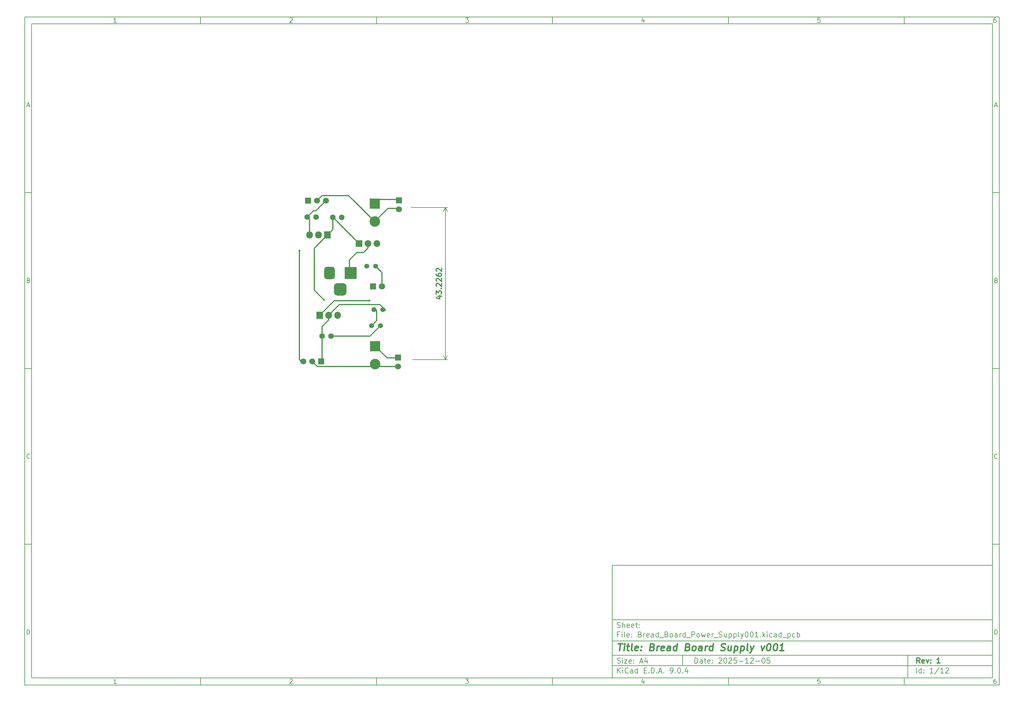
<source format=gbr>
%TF.GenerationSoftware,KiCad,Pcbnew,9.0.4*%
%TF.CreationDate,2025-12-05T21:51:25+03:30*%
%TF.ProjectId,Bread_Board_Power_Supply001,42726561-645f-4426-9f61-72645f506f77,1*%
%TF.SameCoordinates,Original*%
%TF.FileFunction,Copper,L1,Top*%
%TF.FilePolarity,Positive*%
%FSLAX46Y46*%
G04 Gerber Fmt 4.6, Leading zero omitted, Abs format (unit mm)*
G04 Created by KiCad (PCBNEW 9.0.4) date 2025-12-05 21:51:25*
%MOMM*%
%LPD*%
G01*
G04 APERTURE LIST*
G04 Aperture macros list*
%AMRoundRect*
0 Rectangle with rounded corners*
0 $1 Rounding radius*
0 $2 $3 $4 $5 $6 $7 $8 $9 X,Y pos of 4 corners*
0 Add a 4 corners polygon primitive as box body*
4,1,4,$2,$3,$4,$5,$6,$7,$8,$9,$2,$3,0*
0 Add four circle primitives for the rounded corners*
1,1,$1+$1,$2,$3*
1,1,$1+$1,$4,$5*
1,1,$1+$1,$6,$7*
1,1,$1+$1,$8,$9*
0 Add four rect primitives between the rounded corners*
20,1,$1+$1,$2,$3,$4,$5,0*
20,1,$1+$1,$4,$5,$6,$7,0*
20,1,$1+$1,$6,$7,$8,$9,0*
20,1,$1+$1,$8,$9,$2,$3,0*%
G04 Aperture macros list end*
%ADD10C,0.100000*%
%ADD11C,0.150000*%
%ADD12C,0.300000*%
%ADD13C,0.400000*%
%ADD14C,0.200000*%
%TA.AperFunction,NonConductor*%
%ADD15C,0.300000*%
%TD*%
%TA.AperFunction,NonConductor*%
%ADD16C,0.200000*%
%TD*%
%TA.AperFunction,ComponentPad*%
%ADD17C,1.400000*%
%TD*%
%TA.AperFunction,ComponentPad*%
%ADD18R,1.700000X1.700000*%
%TD*%
%TA.AperFunction,ComponentPad*%
%ADD19C,1.700000*%
%TD*%
%TA.AperFunction,ComponentPad*%
%ADD20R,3.000000X3.000000*%
%TD*%
%TA.AperFunction,ComponentPad*%
%ADD21C,3.000000*%
%TD*%
%TA.AperFunction,ComponentPad*%
%ADD22R,1.905000X2.000000*%
%TD*%
%TA.AperFunction,ComponentPad*%
%ADD23O,1.905000X2.000000*%
%TD*%
%TA.AperFunction,ComponentPad*%
%ADD24R,3.500000X3.500000*%
%TD*%
%TA.AperFunction,ComponentPad*%
%ADD25RoundRect,0.750000X-0.750000X-1.000000X0.750000X-1.000000X0.750000X1.000000X-0.750000X1.000000X0*%
%TD*%
%TA.AperFunction,ComponentPad*%
%ADD26RoundRect,0.875000X-0.875000X-0.875000X0.875000X-0.875000X0.875000X0.875000X-0.875000X0.875000X0*%
%TD*%
%TA.AperFunction,ComponentPad*%
%ADD27C,1.600000*%
%TD*%
%TA.AperFunction,ComponentPad*%
%ADD28R,1.900000X1.900000*%
%TD*%
%TA.AperFunction,ComponentPad*%
%ADD29C,1.900000*%
%TD*%
%TA.AperFunction,ComponentPad*%
%ADD30R,1.800000X1.800000*%
%TD*%
%TA.AperFunction,ComponentPad*%
%ADD31C,1.800000*%
%TD*%
%TA.AperFunction,ViaPad*%
%ADD32C,0.600000*%
%TD*%
%TA.AperFunction,Conductor*%
%ADD33C,0.350000*%
%TD*%
G04 APERTURE END LIST*
D10*
D11*
X177002200Y-166007200D02*
X285002200Y-166007200D01*
X285002200Y-198007200D01*
X177002200Y-198007200D01*
X177002200Y-166007200D01*
D10*
D11*
X10000000Y-10000000D02*
X287002200Y-10000000D01*
X287002200Y-200007200D01*
X10000000Y-200007200D01*
X10000000Y-10000000D01*
D10*
D11*
X12000000Y-12000000D02*
X285002200Y-12000000D01*
X285002200Y-198007200D01*
X12000000Y-198007200D01*
X12000000Y-12000000D01*
D10*
D11*
X60000000Y-12000000D02*
X60000000Y-10000000D01*
D10*
D11*
X110000000Y-12000000D02*
X110000000Y-10000000D01*
D10*
D11*
X160000000Y-12000000D02*
X160000000Y-10000000D01*
D10*
D11*
X210000000Y-12000000D02*
X210000000Y-10000000D01*
D10*
D11*
X260000000Y-12000000D02*
X260000000Y-10000000D01*
D10*
D11*
X36089160Y-11593604D02*
X35346303Y-11593604D01*
X35717731Y-11593604D02*
X35717731Y-10293604D01*
X35717731Y-10293604D02*
X35593922Y-10479319D01*
X35593922Y-10479319D02*
X35470112Y-10603128D01*
X35470112Y-10603128D02*
X35346303Y-10665033D01*
D10*
D11*
X85346303Y-10417414D02*
X85408207Y-10355509D01*
X85408207Y-10355509D02*
X85532017Y-10293604D01*
X85532017Y-10293604D02*
X85841541Y-10293604D01*
X85841541Y-10293604D02*
X85965350Y-10355509D01*
X85965350Y-10355509D02*
X86027255Y-10417414D01*
X86027255Y-10417414D02*
X86089160Y-10541223D01*
X86089160Y-10541223D02*
X86089160Y-10665033D01*
X86089160Y-10665033D02*
X86027255Y-10850747D01*
X86027255Y-10850747D02*
X85284398Y-11593604D01*
X85284398Y-11593604D02*
X86089160Y-11593604D01*
D10*
D11*
X135284398Y-10293604D02*
X136089160Y-10293604D01*
X136089160Y-10293604D02*
X135655826Y-10788842D01*
X135655826Y-10788842D02*
X135841541Y-10788842D01*
X135841541Y-10788842D02*
X135965350Y-10850747D01*
X135965350Y-10850747D02*
X136027255Y-10912652D01*
X136027255Y-10912652D02*
X136089160Y-11036461D01*
X136089160Y-11036461D02*
X136089160Y-11345985D01*
X136089160Y-11345985D02*
X136027255Y-11469795D01*
X136027255Y-11469795D02*
X135965350Y-11531700D01*
X135965350Y-11531700D02*
X135841541Y-11593604D01*
X135841541Y-11593604D02*
X135470112Y-11593604D01*
X135470112Y-11593604D02*
X135346303Y-11531700D01*
X135346303Y-11531700D02*
X135284398Y-11469795D01*
D10*
D11*
X185965350Y-10726938D02*
X185965350Y-11593604D01*
X185655826Y-10231700D02*
X185346303Y-11160271D01*
X185346303Y-11160271D02*
X186151064Y-11160271D01*
D10*
D11*
X236027255Y-10293604D02*
X235408207Y-10293604D01*
X235408207Y-10293604D02*
X235346303Y-10912652D01*
X235346303Y-10912652D02*
X235408207Y-10850747D01*
X235408207Y-10850747D02*
X235532017Y-10788842D01*
X235532017Y-10788842D02*
X235841541Y-10788842D01*
X235841541Y-10788842D02*
X235965350Y-10850747D01*
X235965350Y-10850747D02*
X236027255Y-10912652D01*
X236027255Y-10912652D02*
X236089160Y-11036461D01*
X236089160Y-11036461D02*
X236089160Y-11345985D01*
X236089160Y-11345985D02*
X236027255Y-11469795D01*
X236027255Y-11469795D02*
X235965350Y-11531700D01*
X235965350Y-11531700D02*
X235841541Y-11593604D01*
X235841541Y-11593604D02*
X235532017Y-11593604D01*
X235532017Y-11593604D02*
X235408207Y-11531700D01*
X235408207Y-11531700D02*
X235346303Y-11469795D01*
D10*
D11*
X285965350Y-10293604D02*
X285717731Y-10293604D01*
X285717731Y-10293604D02*
X285593922Y-10355509D01*
X285593922Y-10355509D02*
X285532017Y-10417414D01*
X285532017Y-10417414D02*
X285408207Y-10603128D01*
X285408207Y-10603128D02*
X285346303Y-10850747D01*
X285346303Y-10850747D02*
X285346303Y-11345985D01*
X285346303Y-11345985D02*
X285408207Y-11469795D01*
X285408207Y-11469795D02*
X285470112Y-11531700D01*
X285470112Y-11531700D02*
X285593922Y-11593604D01*
X285593922Y-11593604D02*
X285841541Y-11593604D01*
X285841541Y-11593604D02*
X285965350Y-11531700D01*
X285965350Y-11531700D02*
X286027255Y-11469795D01*
X286027255Y-11469795D02*
X286089160Y-11345985D01*
X286089160Y-11345985D02*
X286089160Y-11036461D01*
X286089160Y-11036461D02*
X286027255Y-10912652D01*
X286027255Y-10912652D02*
X285965350Y-10850747D01*
X285965350Y-10850747D02*
X285841541Y-10788842D01*
X285841541Y-10788842D02*
X285593922Y-10788842D01*
X285593922Y-10788842D02*
X285470112Y-10850747D01*
X285470112Y-10850747D02*
X285408207Y-10912652D01*
X285408207Y-10912652D02*
X285346303Y-11036461D01*
D10*
D11*
X60000000Y-198007200D02*
X60000000Y-200007200D01*
D10*
D11*
X110000000Y-198007200D02*
X110000000Y-200007200D01*
D10*
D11*
X160000000Y-198007200D02*
X160000000Y-200007200D01*
D10*
D11*
X210000000Y-198007200D02*
X210000000Y-200007200D01*
D10*
D11*
X260000000Y-198007200D02*
X260000000Y-200007200D01*
D10*
D11*
X36089160Y-199600804D02*
X35346303Y-199600804D01*
X35717731Y-199600804D02*
X35717731Y-198300804D01*
X35717731Y-198300804D02*
X35593922Y-198486519D01*
X35593922Y-198486519D02*
X35470112Y-198610328D01*
X35470112Y-198610328D02*
X35346303Y-198672233D01*
D10*
D11*
X85346303Y-198424614D02*
X85408207Y-198362709D01*
X85408207Y-198362709D02*
X85532017Y-198300804D01*
X85532017Y-198300804D02*
X85841541Y-198300804D01*
X85841541Y-198300804D02*
X85965350Y-198362709D01*
X85965350Y-198362709D02*
X86027255Y-198424614D01*
X86027255Y-198424614D02*
X86089160Y-198548423D01*
X86089160Y-198548423D02*
X86089160Y-198672233D01*
X86089160Y-198672233D02*
X86027255Y-198857947D01*
X86027255Y-198857947D02*
X85284398Y-199600804D01*
X85284398Y-199600804D02*
X86089160Y-199600804D01*
D10*
D11*
X135284398Y-198300804D02*
X136089160Y-198300804D01*
X136089160Y-198300804D02*
X135655826Y-198796042D01*
X135655826Y-198796042D02*
X135841541Y-198796042D01*
X135841541Y-198796042D02*
X135965350Y-198857947D01*
X135965350Y-198857947D02*
X136027255Y-198919852D01*
X136027255Y-198919852D02*
X136089160Y-199043661D01*
X136089160Y-199043661D02*
X136089160Y-199353185D01*
X136089160Y-199353185D02*
X136027255Y-199476995D01*
X136027255Y-199476995D02*
X135965350Y-199538900D01*
X135965350Y-199538900D02*
X135841541Y-199600804D01*
X135841541Y-199600804D02*
X135470112Y-199600804D01*
X135470112Y-199600804D02*
X135346303Y-199538900D01*
X135346303Y-199538900D02*
X135284398Y-199476995D01*
D10*
D11*
X185965350Y-198734138D02*
X185965350Y-199600804D01*
X185655826Y-198238900D02*
X185346303Y-199167471D01*
X185346303Y-199167471D02*
X186151064Y-199167471D01*
D10*
D11*
X236027255Y-198300804D02*
X235408207Y-198300804D01*
X235408207Y-198300804D02*
X235346303Y-198919852D01*
X235346303Y-198919852D02*
X235408207Y-198857947D01*
X235408207Y-198857947D02*
X235532017Y-198796042D01*
X235532017Y-198796042D02*
X235841541Y-198796042D01*
X235841541Y-198796042D02*
X235965350Y-198857947D01*
X235965350Y-198857947D02*
X236027255Y-198919852D01*
X236027255Y-198919852D02*
X236089160Y-199043661D01*
X236089160Y-199043661D02*
X236089160Y-199353185D01*
X236089160Y-199353185D02*
X236027255Y-199476995D01*
X236027255Y-199476995D02*
X235965350Y-199538900D01*
X235965350Y-199538900D02*
X235841541Y-199600804D01*
X235841541Y-199600804D02*
X235532017Y-199600804D01*
X235532017Y-199600804D02*
X235408207Y-199538900D01*
X235408207Y-199538900D02*
X235346303Y-199476995D01*
D10*
D11*
X285965350Y-198300804D02*
X285717731Y-198300804D01*
X285717731Y-198300804D02*
X285593922Y-198362709D01*
X285593922Y-198362709D02*
X285532017Y-198424614D01*
X285532017Y-198424614D02*
X285408207Y-198610328D01*
X285408207Y-198610328D02*
X285346303Y-198857947D01*
X285346303Y-198857947D02*
X285346303Y-199353185D01*
X285346303Y-199353185D02*
X285408207Y-199476995D01*
X285408207Y-199476995D02*
X285470112Y-199538900D01*
X285470112Y-199538900D02*
X285593922Y-199600804D01*
X285593922Y-199600804D02*
X285841541Y-199600804D01*
X285841541Y-199600804D02*
X285965350Y-199538900D01*
X285965350Y-199538900D02*
X286027255Y-199476995D01*
X286027255Y-199476995D02*
X286089160Y-199353185D01*
X286089160Y-199353185D02*
X286089160Y-199043661D01*
X286089160Y-199043661D02*
X286027255Y-198919852D01*
X286027255Y-198919852D02*
X285965350Y-198857947D01*
X285965350Y-198857947D02*
X285841541Y-198796042D01*
X285841541Y-198796042D02*
X285593922Y-198796042D01*
X285593922Y-198796042D02*
X285470112Y-198857947D01*
X285470112Y-198857947D02*
X285408207Y-198919852D01*
X285408207Y-198919852D02*
X285346303Y-199043661D01*
D10*
D11*
X10000000Y-60000000D02*
X12000000Y-60000000D01*
D10*
D11*
X10000000Y-110000000D02*
X12000000Y-110000000D01*
D10*
D11*
X10000000Y-160000000D02*
X12000000Y-160000000D01*
D10*
D11*
X10690476Y-35222176D02*
X11309523Y-35222176D01*
X10566666Y-35593604D02*
X10999999Y-34293604D01*
X10999999Y-34293604D02*
X11433333Y-35593604D01*
D10*
D11*
X11092857Y-84912652D02*
X11278571Y-84974557D01*
X11278571Y-84974557D02*
X11340476Y-85036461D01*
X11340476Y-85036461D02*
X11402380Y-85160271D01*
X11402380Y-85160271D02*
X11402380Y-85345985D01*
X11402380Y-85345985D02*
X11340476Y-85469795D01*
X11340476Y-85469795D02*
X11278571Y-85531700D01*
X11278571Y-85531700D02*
X11154761Y-85593604D01*
X11154761Y-85593604D02*
X10659523Y-85593604D01*
X10659523Y-85593604D02*
X10659523Y-84293604D01*
X10659523Y-84293604D02*
X11092857Y-84293604D01*
X11092857Y-84293604D02*
X11216666Y-84355509D01*
X11216666Y-84355509D02*
X11278571Y-84417414D01*
X11278571Y-84417414D02*
X11340476Y-84541223D01*
X11340476Y-84541223D02*
X11340476Y-84665033D01*
X11340476Y-84665033D02*
X11278571Y-84788842D01*
X11278571Y-84788842D02*
X11216666Y-84850747D01*
X11216666Y-84850747D02*
X11092857Y-84912652D01*
X11092857Y-84912652D02*
X10659523Y-84912652D01*
D10*
D11*
X11402380Y-135469795D02*
X11340476Y-135531700D01*
X11340476Y-135531700D02*
X11154761Y-135593604D01*
X11154761Y-135593604D02*
X11030952Y-135593604D01*
X11030952Y-135593604D02*
X10845238Y-135531700D01*
X10845238Y-135531700D02*
X10721428Y-135407890D01*
X10721428Y-135407890D02*
X10659523Y-135284080D01*
X10659523Y-135284080D02*
X10597619Y-135036461D01*
X10597619Y-135036461D02*
X10597619Y-134850747D01*
X10597619Y-134850747D02*
X10659523Y-134603128D01*
X10659523Y-134603128D02*
X10721428Y-134479319D01*
X10721428Y-134479319D02*
X10845238Y-134355509D01*
X10845238Y-134355509D02*
X11030952Y-134293604D01*
X11030952Y-134293604D02*
X11154761Y-134293604D01*
X11154761Y-134293604D02*
X11340476Y-134355509D01*
X11340476Y-134355509D02*
X11402380Y-134417414D01*
D10*
D11*
X10659523Y-185593604D02*
X10659523Y-184293604D01*
X10659523Y-184293604D02*
X10969047Y-184293604D01*
X10969047Y-184293604D02*
X11154761Y-184355509D01*
X11154761Y-184355509D02*
X11278571Y-184479319D01*
X11278571Y-184479319D02*
X11340476Y-184603128D01*
X11340476Y-184603128D02*
X11402380Y-184850747D01*
X11402380Y-184850747D02*
X11402380Y-185036461D01*
X11402380Y-185036461D02*
X11340476Y-185284080D01*
X11340476Y-185284080D02*
X11278571Y-185407890D01*
X11278571Y-185407890D02*
X11154761Y-185531700D01*
X11154761Y-185531700D02*
X10969047Y-185593604D01*
X10969047Y-185593604D02*
X10659523Y-185593604D01*
D10*
D11*
X287002200Y-60000000D02*
X285002200Y-60000000D01*
D10*
D11*
X287002200Y-110000000D02*
X285002200Y-110000000D01*
D10*
D11*
X287002200Y-160000000D02*
X285002200Y-160000000D01*
D10*
D11*
X285692676Y-35222176D02*
X286311723Y-35222176D01*
X285568866Y-35593604D02*
X286002199Y-34293604D01*
X286002199Y-34293604D02*
X286435533Y-35593604D01*
D10*
D11*
X286095057Y-84912652D02*
X286280771Y-84974557D01*
X286280771Y-84974557D02*
X286342676Y-85036461D01*
X286342676Y-85036461D02*
X286404580Y-85160271D01*
X286404580Y-85160271D02*
X286404580Y-85345985D01*
X286404580Y-85345985D02*
X286342676Y-85469795D01*
X286342676Y-85469795D02*
X286280771Y-85531700D01*
X286280771Y-85531700D02*
X286156961Y-85593604D01*
X286156961Y-85593604D02*
X285661723Y-85593604D01*
X285661723Y-85593604D02*
X285661723Y-84293604D01*
X285661723Y-84293604D02*
X286095057Y-84293604D01*
X286095057Y-84293604D02*
X286218866Y-84355509D01*
X286218866Y-84355509D02*
X286280771Y-84417414D01*
X286280771Y-84417414D02*
X286342676Y-84541223D01*
X286342676Y-84541223D02*
X286342676Y-84665033D01*
X286342676Y-84665033D02*
X286280771Y-84788842D01*
X286280771Y-84788842D02*
X286218866Y-84850747D01*
X286218866Y-84850747D02*
X286095057Y-84912652D01*
X286095057Y-84912652D02*
X285661723Y-84912652D01*
D10*
D11*
X286404580Y-135469795D02*
X286342676Y-135531700D01*
X286342676Y-135531700D02*
X286156961Y-135593604D01*
X286156961Y-135593604D02*
X286033152Y-135593604D01*
X286033152Y-135593604D02*
X285847438Y-135531700D01*
X285847438Y-135531700D02*
X285723628Y-135407890D01*
X285723628Y-135407890D02*
X285661723Y-135284080D01*
X285661723Y-135284080D02*
X285599819Y-135036461D01*
X285599819Y-135036461D02*
X285599819Y-134850747D01*
X285599819Y-134850747D02*
X285661723Y-134603128D01*
X285661723Y-134603128D02*
X285723628Y-134479319D01*
X285723628Y-134479319D02*
X285847438Y-134355509D01*
X285847438Y-134355509D02*
X286033152Y-134293604D01*
X286033152Y-134293604D02*
X286156961Y-134293604D01*
X286156961Y-134293604D02*
X286342676Y-134355509D01*
X286342676Y-134355509D02*
X286404580Y-134417414D01*
D10*
D11*
X285661723Y-185593604D02*
X285661723Y-184293604D01*
X285661723Y-184293604D02*
X285971247Y-184293604D01*
X285971247Y-184293604D02*
X286156961Y-184355509D01*
X286156961Y-184355509D02*
X286280771Y-184479319D01*
X286280771Y-184479319D02*
X286342676Y-184603128D01*
X286342676Y-184603128D02*
X286404580Y-184850747D01*
X286404580Y-184850747D02*
X286404580Y-185036461D01*
X286404580Y-185036461D02*
X286342676Y-185284080D01*
X286342676Y-185284080D02*
X286280771Y-185407890D01*
X286280771Y-185407890D02*
X286156961Y-185531700D01*
X286156961Y-185531700D02*
X285971247Y-185593604D01*
X285971247Y-185593604D02*
X285661723Y-185593604D01*
D10*
D11*
X200458026Y-193793328D02*
X200458026Y-192293328D01*
X200458026Y-192293328D02*
X200815169Y-192293328D01*
X200815169Y-192293328D02*
X201029455Y-192364757D01*
X201029455Y-192364757D02*
X201172312Y-192507614D01*
X201172312Y-192507614D02*
X201243741Y-192650471D01*
X201243741Y-192650471D02*
X201315169Y-192936185D01*
X201315169Y-192936185D02*
X201315169Y-193150471D01*
X201315169Y-193150471D02*
X201243741Y-193436185D01*
X201243741Y-193436185D02*
X201172312Y-193579042D01*
X201172312Y-193579042D02*
X201029455Y-193721900D01*
X201029455Y-193721900D02*
X200815169Y-193793328D01*
X200815169Y-193793328D02*
X200458026Y-193793328D01*
X202600884Y-193793328D02*
X202600884Y-193007614D01*
X202600884Y-193007614D02*
X202529455Y-192864757D01*
X202529455Y-192864757D02*
X202386598Y-192793328D01*
X202386598Y-192793328D02*
X202100884Y-192793328D01*
X202100884Y-192793328D02*
X201958026Y-192864757D01*
X202600884Y-193721900D02*
X202458026Y-193793328D01*
X202458026Y-193793328D02*
X202100884Y-193793328D01*
X202100884Y-193793328D02*
X201958026Y-193721900D01*
X201958026Y-193721900D02*
X201886598Y-193579042D01*
X201886598Y-193579042D02*
X201886598Y-193436185D01*
X201886598Y-193436185D02*
X201958026Y-193293328D01*
X201958026Y-193293328D02*
X202100884Y-193221900D01*
X202100884Y-193221900D02*
X202458026Y-193221900D01*
X202458026Y-193221900D02*
X202600884Y-193150471D01*
X203100884Y-192793328D02*
X203672312Y-192793328D01*
X203315169Y-192293328D02*
X203315169Y-193579042D01*
X203315169Y-193579042D02*
X203386598Y-193721900D01*
X203386598Y-193721900D02*
X203529455Y-193793328D01*
X203529455Y-193793328D02*
X203672312Y-193793328D01*
X204743741Y-193721900D02*
X204600884Y-193793328D01*
X204600884Y-193793328D02*
X204315170Y-193793328D01*
X204315170Y-193793328D02*
X204172312Y-193721900D01*
X204172312Y-193721900D02*
X204100884Y-193579042D01*
X204100884Y-193579042D02*
X204100884Y-193007614D01*
X204100884Y-193007614D02*
X204172312Y-192864757D01*
X204172312Y-192864757D02*
X204315170Y-192793328D01*
X204315170Y-192793328D02*
X204600884Y-192793328D01*
X204600884Y-192793328D02*
X204743741Y-192864757D01*
X204743741Y-192864757D02*
X204815170Y-193007614D01*
X204815170Y-193007614D02*
X204815170Y-193150471D01*
X204815170Y-193150471D02*
X204100884Y-193293328D01*
X205458026Y-193650471D02*
X205529455Y-193721900D01*
X205529455Y-193721900D02*
X205458026Y-193793328D01*
X205458026Y-193793328D02*
X205386598Y-193721900D01*
X205386598Y-193721900D02*
X205458026Y-193650471D01*
X205458026Y-193650471D02*
X205458026Y-193793328D01*
X205458026Y-192864757D02*
X205529455Y-192936185D01*
X205529455Y-192936185D02*
X205458026Y-193007614D01*
X205458026Y-193007614D02*
X205386598Y-192936185D01*
X205386598Y-192936185D02*
X205458026Y-192864757D01*
X205458026Y-192864757D02*
X205458026Y-193007614D01*
X207243741Y-192436185D02*
X207315169Y-192364757D01*
X207315169Y-192364757D02*
X207458027Y-192293328D01*
X207458027Y-192293328D02*
X207815169Y-192293328D01*
X207815169Y-192293328D02*
X207958027Y-192364757D01*
X207958027Y-192364757D02*
X208029455Y-192436185D01*
X208029455Y-192436185D02*
X208100884Y-192579042D01*
X208100884Y-192579042D02*
X208100884Y-192721900D01*
X208100884Y-192721900D02*
X208029455Y-192936185D01*
X208029455Y-192936185D02*
X207172312Y-193793328D01*
X207172312Y-193793328D02*
X208100884Y-193793328D01*
X209029455Y-192293328D02*
X209172312Y-192293328D01*
X209172312Y-192293328D02*
X209315169Y-192364757D01*
X209315169Y-192364757D02*
X209386598Y-192436185D01*
X209386598Y-192436185D02*
X209458026Y-192579042D01*
X209458026Y-192579042D02*
X209529455Y-192864757D01*
X209529455Y-192864757D02*
X209529455Y-193221900D01*
X209529455Y-193221900D02*
X209458026Y-193507614D01*
X209458026Y-193507614D02*
X209386598Y-193650471D01*
X209386598Y-193650471D02*
X209315169Y-193721900D01*
X209315169Y-193721900D02*
X209172312Y-193793328D01*
X209172312Y-193793328D02*
X209029455Y-193793328D01*
X209029455Y-193793328D02*
X208886598Y-193721900D01*
X208886598Y-193721900D02*
X208815169Y-193650471D01*
X208815169Y-193650471D02*
X208743740Y-193507614D01*
X208743740Y-193507614D02*
X208672312Y-193221900D01*
X208672312Y-193221900D02*
X208672312Y-192864757D01*
X208672312Y-192864757D02*
X208743740Y-192579042D01*
X208743740Y-192579042D02*
X208815169Y-192436185D01*
X208815169Y-192436185D02*
X208886598Y-192364757D01*
X208886598Y-192364757D02*
X209029455Y-192293328D01*
X210100883Y-192436185D02*
X210172311Y-192364757D01*
X210172311Y-192364757D02*
X210315169Y-192293328D01*
X210315169Y-192293328D02*
X210672311Y-192293328D01*
X210672311Y-192293328D02*
X210815169Y-192364757D01*
X210815169Y-192364757D02*
X210886597Y-192436185D01*
X210886597Y-192436185D02*
X210958026Y-192579042D01*
X210958026Y-192579042D02*
X210958026Y-192721900D01*
X210958026Y-192721900D02*
X210886597Y-192936185D01*
X210886597Y-192936185D02*
X210029454Y-193793328D01*
X210029454Y-193793328D02*
X210958026Y-193793328D01*
X212315168Y-192293328D02*
X211600882Y-192293328D01*
X211600882Y-192293328D02*
X211529454Y-193007614D01*
X211529454Y-193007614D02*
X211600882Y-192936185D01*
X211600882Y-192936185D02*
X211743740Y-192864757D01*
X211743740Y-192864757D02*
X212100882Y-192864757D01*
X212100882Y-192864757D02*
X212243740Y-192936185D01*
X212243740Y-192936185D02*
X212315168Y-193007614D01*
X212315168Y-193007614D02*
X212386597Y-193150471D01*
X212386597Y-193150471D02*
X212386597Y-193507614D01*
X212386597Y-193507614D02*
X212315168Y-193650471D01*
X212315168Y-193650471D02*
X212243740Y-193721900D01*
X212243740Y-193721900D02*
X212100882Y-193793328D01*
X212100882Y-193793328D02*
X211743740Y-193793328D01*
X211743740Y-193793328D02*
X211600882Y-193721900D01*
X211600882Y-193721900D02*
X211529454Y-193650471D01*
X213029453Y-193221900D02*
X214172311Y-193221900D01*
X215672311Y-193793328D02*
X214815168Y-193793328D01*
X215243739Y-193793328D02*
X215243739Y-192293328D01*
X215243739Y-192293328D02*
X215100882Y-192507614D01*
X215100882Y-192507614D02*
X214958025Y-192650471D01*
X214958025Y-192650471D02*
X214815168Y-192721900D01*
X216243739Y-192436185D02*
X216315167Y-192364757D01*
X216315167Y-192364757D02*
X216458025Y-192293328D01*
X216458025Y-192293328D02*
X216815167Y-192293328D01*
X216815167Y-192293328D02*
X216958025Y-192364757D01*
X216958025Y-192364757D02*
X217029453Y-192436185D01*
X217029453Y-192436185D02*
X217100882Y-192579042D01*
X217100882Y-192579042D02*
X217100882Y-192721900D01*
X217100882Y-192721900D02*
X217029453Y-192936185D01*
X217029453Y-192936185D02*
X216172310Y-193793328D01*
X216172310Y-193793328D02*
X217100882Y-193793328D01*
X217743738Y-193221900D02*
X218886596Y-193221900D01*
X219886596Y-192293328D02*
X220029453Y-192293328D01*
X220029453Y-192293328D02*
X220172310Y-192364757D01*
X220172310Y-192364757D02*
X220243739Y-192436185D01*
X220243739Y-192436185D02*
X220315167Y-192579042D01*
X220315167Y-192579042D02*
X220386596Y-192864757D01*
X220386596Y-192864757D02*
X220386596Y-193221900D01*
X220386596Y-193221900D02*
X220315167Y-193507614D01*
X220315167Y-193507614D02*
X220243739Y-193650471D01*
X220243739Y-193650471D02*
X220172310Y-193721900D01*
X220172310Y-193721900D02*
X220029453Y-193793328D01*
X220029453Y-193793328D02*
X219886596Y-193793328D01*
X219886596Y-193793328D02*
X219743739Y-193721900D01*
X219743739Y-193721900D02*
X219672310Y-193650471D01*
X219672310Y-193650471D02*
X219600881Y-193507614D01*
X219600881Y-193507614D02*
X219529453Y-193221900D01*
X219529453Y-193221900D02*
X219529453Y-192864757D01*
X219529453Y-192864757D02*
X219600881Y-192579042D01*
X219600881Y-192579042D02*
X219672310Y-192436185D01*
X219672310Y-192436185D02*
X219743739Y-192364757D01*
X219743739Y-192364757D02*
X219886596Y-192293328D01*
X221743738Y-192293328D02*
X221029452Y-192293328D01*
X221029452Y-192293328D02*
X220958024Y-193007614D01*
X220958024Y-193007614D02*
X221029452Y-192936185D01*
X221029452Y-192936185D02*
X221172310Y-192864757D01*
X221172310Y-192864757D02*
X221529452Y-192864757D01*
X221529452Y-192864757D02*
X221672310Y-192936185D01*
X221672310Y-192936185D02*
X221743738Y-193007614D01*
X221743738Y-193007614D02*
X221815167Y-193150471D01*
X221815167Y-193150471D02*
X221815167Y-193507614D01*
X221815167Y-193507614D02*
X221743738Y-193650471D01*
X221743738Y-193650471D02*
X221672310Y-193721900D01*
X221672310Y-193721900D02*
X221529452Y-193793328D01*
X221529452Y-193793328D02*
X221172310Y-193793328D01*
X221172310Y-193793328D02*
X221029452Y-193721900D01*
X221029452Y-193721900D02*
X220958024Y-193650471D01*
D10*
D11*
X177002200Y-194507200D02*
X285002200Y-194507200D01*
D10*
D11*
X178458026Y-196593328D02*
X178458026Y-195093328D01*
X179315169Y-196593328D02*
X178672312Y-195736185D01*
X179315169Y-195093328D02*
X178458026Y-195950471D01*
X179958026Y-196593328D02*
X179958026Y-195593328D01*
X179958026Y-195093328D02*
X179886598Y-195164757D01*
X179886598Y-195164757D02*
X179958026Y-195236185D01*
X179958026Y-195236185D02*
X180029455Y-195164757D01*
X180029455Y-195164757D02*
X179958026Y-195093328D01*
X179958026Y-195093328D02*
X179958026Y-195236185D01*
X181529455Y-196450471D02*
X181458027Y-196521900D01*
X181458027Y-196521900D02*
X181243741Y-196593328D01*
X181243741Y-196593328D02*
X181100884Y-196593328D01*
X181100884Y-196593328D02*
X180886598Y-196521900D01*
X180886598Y-196521900D02*
X180743741Y-196379042D01*
X180743741Y-196379042D02*
X180672312Y-196236185D01*
X180672312Y-196236185D02*
X180600884Y-195950471D01*
X180600884Y-195950471D02*
X180600884Y-195736185D01*
X180600884Y-195736185D02*
X180672312Y-195450471D01*
X180672312Y-195450471D02*
X180743741Y-195307614D01*
X180743741Y-195307614D02*
X180886598Y-195164757D01*
X180886598Y-195164757D02*
X181100884Y-195093328D01*
X181100884Y-195093328D02*
X181243741Y-195093328D01*
X181243741Y-195093328D02*
X181458027Y-195164757D01*
X181458027Y-195164757D02*
X181529455Y-195236185D01*
X182815170Y-196593328D02*
X182815170Y-195807614D01*
X182815170Y-195807614D02*
X182743741Y-195664757D01*
X182743741Y-195664757D02*
X182600884Y-195593328D01*
X182600884Y-195593328D02*
X182315170Y-195593328D01*
X182315170Y-195593328D02*
X182172312Y-195664757D01*
X182815170Y-196521900D02*
X182672312Y-196593328D01*
X182672312Y-196593328D02*
X182315170Y-196593328D01*
X182315170Y-196593328D02*
X182172312Y-196521900D01*
X182172312Y-196521900D02*
X182100884Y-196379042D01*
X182100884Y-196379042D02*
X182100884Y-196236185D01*
X182100884Y-196236185D02*
X182172312Y-196093328D01*
X182172312Y-196093328D02*
X182315170Y-196021900D01*
X182315170Y-196021900D02*
X182672312Y-196021900D01*
X182672312Y-196021900D02*
X182815170Y-195950471D01*
X184172313Y-196593328D02*
X184172313Y-195093328D01*
X184172313Y-196521900D02*
X184029455Y-196593328D01*
X184029455Y-196593328D02*
X183743741Y-196593328D01*
X183743741Y-196593328D02*
X183600884Y-196521900D01*
X183600884Y-196521900D02*
X183529455Y-196450471D01*
X183529455Y-196450471D02*
X183458027Y-196307614D01*
X183458027Y-196307614D02*
X183458027Y-195879042D01*
X183458027Y-195879042D02*
X183529455Y-195736185D01*
X183529455Y-195736185D02*
X183600884Y-195664757D01*
X183600884Y-195664757D02*
X183743741Y-195593328D01*
X183743741Y-195593328D02*
X184029455Y-195593328D01*
X184029455Y-195593328D02*
X184172313Y-195664757D01*
X186029455Y-195807614D02*
X186529455Y-195807614D01*
X186743741Y-196593328D02*
X186029455Y-196593328D01*
X186029455Y-196593328D02*
X186029455Y-195093328D01*
X186029455Y-195093328D02*
X186743741Y-195093328D01*
X187386598Y-196450471D02*
X187458027Y-196521900D01*
X187458027Y-196521900D02*
X187386598Y-196593328D01*
X187386598Y-196593328D02*
X187315170Y-196521900D01*
X187315170Y-196521900D02*
X187386598Y-196450471D01*
X187386598Y-196450471D02*
X187386598Y-196593328D01*
X188100884Y-196593328D02*
X188100884Y-195093328D01*
X188100884Y-195093328D02*
X188458027Y-195093328D01*
X188458027Y-195093328D02*
X188672313Y-195164757D01*
X188672313Y-195164757D02*
X188815170Y-195307614D01*
X188815170Y-195307614D02*
X188886599Y-195450471D01*
X188886599Y-195450471D02*
X188958027Y-195736185D01*
X188958027Y-195736185D02*
X188958027Y-195950471D01*
X188958027Y-195950471D02*
X188886599Y-196236185D01*
X188886599Y-196236185D02*
X188815170Y-196379042D01*
X188815170Y-196379042D02*
X188672313Y-196521900D01*
X188672313Y-196521900D02*
X188458027Y-196593328D01*
X188458027Y-196593328D02*
X188100884Y-196593328D01*
X189600884Y-196450471D02*
X189672313Y-196521900D01*
X189672313Y-196521900D02*
X189600884Y-196593328D01*
X189600884Y-196593328D02*
X189529456Y-196521900D01*
X189529456Y-196521900D02*
X189600884Y-196450471D01*
X189600884Y-196450471D02*
X189600884Y-196593328D01*
X190243742Y-196164757D02*
X190958028Y-196164757D01*
X190100885Y-196593328D02*
X190600885Y-195093328D01*
X190600885Y-195093328D02*
X191100885Y-196593328D01*
X191600884Y-196450471D02*
X191672313Y-196521900D01*
X191672313Y-196521900D02*
X191600884Y-196593328D01*
X191600884Y-196593328D02*
X191529456Y-196521900D01*
X191529456Y-196521900D02*
X191600884Y-196450471D01*
X191600884Y-196450471D02*
X191600884Y-196593328D01*
X193529456Y-196593328D02*
X193815170Y-196593328D01*
X193815170Y-196593328D02*
X193958027Y-196521900D01*
X193958027Y-196521900D02*
X194029456Y-196450471D01*
X194029456Y-196450471D02*
X194172313Y-196236185D01*
X194172313Y-196236185D02*
X194243742Y-195950471D01*
X194243742Y-195950471D02*
X194243742Y-195379042D01*
X194243742Y-195379042D02*
X194172313Y-195236185D01*
X194172313Y-195236185D02*
X194100885Y-195164757D01*
X194100885Y-195164757D02*
X193958027Y-195093328D01*
X193958027Y-195093328D02*
X193672313Y-195093328D01*
X193672313Y-195093328D02*
X193529456Y-195164757D01*
X193529456Y-195164757D02*
X193458027Y-195236185D01*
X193458027Y-195236185D02*
X193386599Y-195379042D01*
X193386599Y-195379042D02*
X193386599Y-195736185D01*
X193386599Y-195736185D02*
X193458027Y-195879042D01*
X193458027Y-195879042D02*
X193529456Y-195950471D01*
X193529456Y-195950471D02*
X193672313Y-196021900D01*
X193672313Y-196021900D02*
X193958027Y-196021900D01*
X193958027Y-196021900D02*
X194100885Y-195950471D01*
X194100885Y-195950471D02*
X194172313Y-195879042D01*
X194172313Y-195879042D02*
X194243742Y-195736185D01*
X194886598Y-196450471D02*
X194958027Y-196521900D01*
X194958027Y-196521900D02*
X194886598Y-196593328D01*
X194886598Y-196593328D02*
X194815170Y-196521900D01*
X194815170Y-196521900D02*
X194886598Y-196450471D01*
X194886598Y-196450471D02*
X194886598Y-196593328D01*
X195886599Y-195093328D02*
X196029456Y-195093328D01*
X196029456Y-195093328D02*
X196172313Y-195164757D01*
X196172313Y-195164757D02*
X196243742Y-195236185D01*
X196243742Y-195236185D02*
X196315170Y-195379042D01*
X196315170Y-195379042D02*
X196386599Y-195664757D01*
X196386599Y-195664757D02*
X196386599Y-196021900D01*
X196386599Y-196021900D02*
X196315170Y-196307614D01*
X196315170Y-196307614D02*
X196243742Y-196450471D01*
X196243742Y-196450471D02*
X196172313Y-196521900D01*
X196172313Y-196521900D02*
X196029456Y-196593328D01*
X196029456Y-196593328D02*
X195886599Y-196593328D01*
X195886599Y-196593328D02*
X195743742Y-196521900D01*
X195743742Y-196521900D02*
X195672313Y-196450471D01*
X195672313Y-196450471D02*
X195600884Y-196307614D01*
X195600884Y-196307614D02*
X195529456Y-196021900D01*
X195529456Y-196021900D02*
X195529456Y-195664757D01*
X195529456Y-195664757D02*
X195600884Y-195379042D01*
X195600884Y-195379042D02*
X195672313Y-195236185D01*
X195672313Y-195236185D02*
X195743742Y-195164757D01*
X195743742Y-195164757D02*
X195886599Y-195093328D01*
X197029455Y-196450471D02*
X197100884Y-196521900D01*
X197100884Y-196521900D02*
X197029455Y-196593328D01*
X197029455Y-196593328D02*
X196958027Y-196521900D01*
X196958027Y-196521900D02*
X197029455Y-196450471D01*
X197029455Y-196450471D02*
X197029455Y-196593328D01*
X198386599Y-195593328D02*
X198386599Y-196593328D01*
X198029456Y-195021900D02*
X197672313Y-196093328D01*
X197672313Y-196093328D02*
X198600884Y-196093328D01*
D10*
D11*
X177002200Y-191507200D02*
X285002200Y-191507200D01*
D10*
D12*
X264413853Y-193785528D02*
X263913853Y-193071242D01*
X263556710Y-193785528D02*
X263556710Y-192285528D01*
X263556710Y-192285528D02*
X264128139Y-192285528D01*
X264128139Y-192285528D02*
X264270996Y-192356957D01*
X264270996Y-192356957D02*
X264342425Y-192428385D01*
X264342425Y-192428385D02*
X264413853Y-192571242D01*
X264413853Y-192571242D02*
X264413853Y-192785528D01*
X264413853Y-192785528D02*
X264342425Y-192928385D01*
X264342425Y-192928385D02*
X264270996Y-192999814D01*
X264270996Y-192999814D02*
X264128139Y-193071242D01*
X264128139Y-193071242D02*
X263556710Y-193071242D01*
X265628139Y-193714100D02*
X265485282Y-193785528D01*
X265485282Y-193785528D02*
X265199568Y-193785528D01*
X265199568Y-193785528D02*
X265056710Y-193714100D01*
X265056710Y-193714100D02*
X264985282Y-193571242D01*
X264985282Y-193571242D02*
X264985282Y-192999814D01*
X264985282Y-192999814D02*
X265056710Y-192856957D01*
X265056710Y-192856957D02*
X265199568Y-192785528D01*
X265199568Y-192785528D02*
X265485282Y-192785528D01*
X265485282Y-192785528D02*
X265628139Y-192856957D01*
X265628139Y-192856957D02*
X265699568Y-192999814D01*
X265699568Y-192999814D02*
X265699568Y-193142671D01*
X265699568Y-193142671D02*
X264985282Y-193285528D01*
X266199567Y-192785528D02*
X266556710Y-193785528D01*
X266556710Y-193785528D02*
X266913853Y-192785528D01*
X267485281Y-193642671D02*
X267556710Y-193714100D01*
X267556710Y-193714100D02*
X267485281Y-193785528D01*
X267485281Y-193785528D02*
X267413853Y-193714100D01*
X267413853Y-193714100D02*
X267485281Y-193642671D01*
X267485281Y-193642671D02*
X267485281Y-193785528D01*
X267485281Y-192856957D02*
X267556710Y-192928385D01*
X267556710Y-192928385D02*
X267485281Y-192999814D01*
X267485281Y-192999814D02*
X267413853Y-192928385D01*
X267413853Y-192928385D02*
X267485281Y-192856957D01*
X267485281Y-192856957D02*
X267485281Y-192999814D01*
X270128139Y-193785528D02*
X269270996Y-193785528D01*
X269699567Y-193785528D02*
X269699567Y-192285528D01*
X269699567Y-192285528D02*
X269556710Y-192499814D01*
X269556710Y-192499814D02*
X269413853Y-192642671D01*
X269413853Y-192642671D02*
X269270996Y-192714100D01*
D10*
D11*
X178386598Y-193721900D02*
X178600884Y-193793328D01*
X178600884Y-193793328D02*
X178958026Y-193793328D01*
X178958026Y-193793328D02*
X179100884Y-193721900D01*
X179100884Y-193721900D02*
X179172312Y-193650471D01*
X179172312Y-193650471D02*
X179243741Y-193507614D01*
X179243741Y-193507614D02*
X179243741Y-193364757D01*
X179243741Y-193364757D02*
X179172312Y-193221900D01*
X179172312Y-193221900D02*
X179100884Y-193150471D01*
X179100884Y-193150471D02*
X178958026Y-193079042D01*
X178958026Y-193079042D02*
X178672312Y-193007614D01*
X178672312Y-193007614D02*
X178529455Y-192936185D01*
X178529455Y-192936185D02*
X178458026Y-192864757D01*
X178458026Y-192864757D02*
X178386598Y-192721900D01*
X178386598Y-192721900D02*
X178386598Y-192579042D01*
X178386598Y-192579042D02*
X178458026Y-192436185D01*
X178458026Y-192436185D02*
X178529455Y-192364757D01*
X178529455Y-192364757D02*
X178672312Y-192293328D01*
X178672312Y-192293328D02*
X179029455Y-192293328D01*
X179029455Y-192293328D02*
X179243741Y-192364757D01*
X179886597Y-193793328D02*
X179886597Y-192793328D01*
X179886597Y-192293328D02*
X179815169Y-192364757D01*
X179815169Y-192364757D02*
X179886597Y-192436185D01*
X179886597Y-192436185D02*
X179958026Y-192364757D01*
X179958026Y-192364757D02*
X179886597Y-192293328D01*
X179886597Y-192293328D02*
X179886597Y-192436185D01*
X180458026Y-192793328D02*
X181243741Y-192793328D01*
X181243741Y-192793328D02*
X180458026Y-193793328D01*
X180458026Y-193793328D02*
X181243741Y-193793328D01*
X182386598Y-193721900D02*
X182243741Y-193793328D01*
X182243741Y-193793328D02*
X181958027Y-193793328D01*
X181958027Y-193793328D02*
X181815169Y-193721900D01*
X181815169Y-193721900D02*
X181743741Y-193579042D01*
X181743741Y-193579042D02*
X181743741Y-193007614D01*
X181743741Y-193007614D02*
X181815169Y-192864757D01*
X181815169Y-192864757D02*
X181958027Y-192793328D01*
X181958027Y-192793328D02*
X182243741Y-192793328D01*
X182243741Y-192793328D02*
X182386598Y-192864757D01*
X182386598Y-192864757D02*
X182458027Y-193007614D01*
X182458027Y-193007614D02*
X182458027Y-193150471D01*
X182458027Y-193150471D02*
X181743741Y-193293328D01*
X183100883Y-193650471D02*
X183172312Y-193721900D01*
X183172312Y-193721900D02*
X183100883Y-193793328D01*
X183100883Y-193793328D02*
X183029455Y-193721900D01*
X183029455Y-193721900D02*
X183100883Y-193650471D01*
X183100883Y-193650471D02*
X183100883Y-193793328D01*
X183100883Y-192864757D02*
X183172312Y-192936185D01*
X183172312Y-192936185D02*
X183100883Y-193007614D01*
X183100883Y-193007614D02*
X183029455Y-192936185D01*
X183029455Y-192936185D02*
X183100883Y-192864757D01*
X183100883Y-192864757D02*
X183100883Y-193007614D01*
X184886598Y-193364757D02*
X185600884Y-193364757D01*
X184743741Y-193793328D02*
X185243741Y-192293328D01*
X185243741Y-192293328D02*
X185743741Y-193793328D01*
X186886598Y-192793328D02*
X186886598Y-193793328D01*
X186529455Y-192221900D02*
X186172312Y-193293328D01*
X186172312Y-193293328D02*
X187100883Y-193293328D01*
D10*
D11*
X263458026Y-196593328D02*
X263458026Y-195093328D01*
X264815170Y-196593328D02*
X264815170Y-195093328D01*
X264815170Y-196521900D02*
X264672312Y-196593328D01*
X264672312Y-196593328D02*
X264386598Y-196593328D01*
X264386598Y-196593328D02*
X264243741Y-196521900D01*
X264243741Y-196521900D02*
X264172312Y-196450471D01*
X264172312Y-196450471D02*
X264100884Y-196307614D01*
X264100884Y-196307614D02*
X264100884Y-195879042D01*
X264100884Y-195879042D02*
X264172312Y-195736185D01*
X264172312Y-195736185D02*
X264243741Y-195664757D01*
X264243741Y-195664757D02*
X264386598Y-195593328D01*
X264386598Y-195593328D02*
X264672312Y-195593328D01*
X264672312Y-195593328D02*
X264815170Y-195664757D01*
X265529455Y-196450471D02*
X265600884Y-196521900D01*
X265600884Y-196521900D02*
X265529455Y-196593328D01*
X265529455Y-196593328D02*
X265458027Y-196521900D01*
X265458027Y-196521900D02*
X265529455Y-196450471D01*
X265529455Y-196450471D02*
X265529455Y-196593328D01*
X265529455Y-195664757D02*
X265600884Y-195736185D01*
X265600884Y-195736185D02*
X265529455Y-195807614D01*
X265529455Y-195807614D02*
X265458027Y-195736185D01*
X265458027Y-195736185D02*
X265529455Y-195664757D01*
X265529455Y-195664757D02*
X265529455Y-195807614D01*
X268172313Y-196593328D02*
X267315170Y-196593328D01*
X267743741Y-196593328D02*
X267743741Y-195093328D01*
X267743741Y-195093328D02*
X267600884Y-195307614D01*
X267600884Y-195307614D02*
X267458027Y-195450471D01*
X267458027Y-195450471D02*
X267315170Y-195521900D01*
X269886598Y-195021900D02*
X268600884Y-196950471D01*
X271172313Y-196593328D02*
X270315170Y-196593328D01*
X270743741Y-196593328D02*
X270743741Y-195093328D01*
X270743741Y-195093328D02*
X270600884Y-195307614D01*
X270600884Y-195307614D02*
X270458027Y-195450471D01*
X270458027Y-195450471D02*
X270315170Y-195521900D01*
X271743741Y-195236185D02*
X271815169Y-195164757D01*
X271815169Y-195164757D02*
X271958027Y-195093328D01*
X271958027Y-195093328D02*
X272315169Y-195093328D01*
X272315169Y-195093328D02*
X272458027Y-195164757D01*
X272458027Y-195164757D02*
X272529455Y-195236185D01*
X272529455Y-195236185D02*
X272600884Y-195379042D01*
X272600884Y-195379042D02*
X272600884Y-195521900D01*
X272600884Y-195521900D02*
X272529455Y-195736185D01*
X272529455Y-195736185D02*
X271672312Y-196593328D01*
X271672312Y-196593328D02*
X272600884Y-196593328D01*
D10*
D11*
X177002200Y-187507200D02*
X285002200Y-187507200D01*
D10*
D13*
X178693928Y-188211638D02*
X179836785Y-188211638D01*
X179015357Y-190211638D02*
X179265357Y-188211638D01*
X180253452Y-190211638D02*
X180420119Y-188878304D01*
X180503452Y-188211638D02*
X180396309Y-188306876D01*
X180396309Y-188306876D02*
X180479643Y-188402114D01*
X180479643Y-188402114D02*
X180586786Y-188306876D01*
X180586786Y-188306876D02*
X180503452Y-188211638D01*
X180503452Y-188211638D02*
X180479643Y-188402114D01*
X181086786Y-188878304D02*
X181848690Y-188878304D01*
X181455833Y-188211638D02*
X181241548Y-189925923D01*
X181241548Y-189925923D02*
X181312976Y-190116400D01*
X181312976Y-190116400D02*
X181491548Y-190211638D01*
X181491548Y-190211638D02*
X181682024Y-190211638D01*
X182634405Y-190211638D02*
X182455833Y-190116400D01*
X182455833Y-190116400D02*
X182384405Y-189925923D01*
X182384405Y-189925923D02*
X182598690Y-188211638D01*
X184170119Y-190116400D02*
X183967738Y-190211638D01*
X183967738Y-190211638D02*
X183586785Y-190211638D01*
X183586785Y-190211638D02*
X183408214Y-190116400D01*
X183408214Y-190116400D02*
X183336785Y-189925923D01*
X183336785Y-189925923D02*
X183432024Y-189164019D01*
X183432024Y-189164019D02*
X183551071Y-188973542D01*
X183551071Y-188973542D02*
X183753452Y-188878304D01*
X183753452Y-188878304D02*
X184134404Y-188878304D01*
X184134404Y-188878304D02*
X184312976Y-188973542D01*
X184312976Y-188973542D02*
X184384404Y-189164019D01*
X184384404Y-189164019D02*
X184360595Y-189354495D01*
X184360595Y-189354495D02*
X183384404Y-189544971D01*
X185134405Y-190021161D02*
X185217738Y-190116400D01*
X185217738Y-190116400D02*
X185110595Y-190211638D01*
X185110595Y-190211638D02*
X185027262Y-190116400D01*
X185027262Y-190116400D02*
X185134405Y-190021161D01*
X185134405Y-190021161D02*
X185110595Y-190211638D01*
X185265357Y-188973542D02*
X185348690Y-189068780D01*
X185348690Y-189068780D02*
X185241548Y-189164019D01*
X185241548Y-189164019D02*
X185158214Y-189068780D01*
X185158214Y-189068780D02*
X185265357Y-188973542D01*
X185265357Y-188973542D02*
X185241548Y-189164019D01*
X188384405Y-189164019D02*
X188658215Y-189259257D01*
X188658215Y-189259257D02*
X188741548Y-189354495D01*
X188741548Y-189354495D02*
X188812977Y-189544971D01*
X188812977Y-189544971D02*
X188777262Y-189830685D01*
X188777262Y-189830685D02*
X188658215Y-190021161D01*
X188658215Y-190021161D02*
X188551072Y-190116400D01*
X188551072Y-190116400D02*
X188348691Y-190211638D01*
X188348691Y-190211638D02*
X187586786Y-190211638D01*
X187586786Y-190211638D02*
X187836786Y-188211638D01*
X187836786Y-188211638D02*
X188503453Y-188211638D01*
X188503453Y-188211638D02*
X188682024Y-188306876D01*
X188682024Y-188306876D02*
X188765358Y-188402114D01*
X188765358Y-188402114D02*
X188836786Y-188592590D01*
X188836786Y-188592590D02*
X188812977Y-188783066D01*
X188812977Y-188783066D02*
X188693929Y-188973542D01*
X188693929Y-188973542D02*
X188586786Y-189068780D01*
X188586786Y-189068780D02*
X188384405Y-189164019D01*
X188384405Y-189164019D02*
X187717739Y-189164019D01*
X189586786Y-190211638D02*
X189753453Y-188878304D01*
X189705834Y-189259257D02*
X189824881Y-189068780D01*
X189824881Y-189068780D02*
X189932024Y-188973542D01*
X189932024Y-188973542D02*
X190134405Y-188878304D01*
X190134405Y-188878304D02*
X190324881Y-188878304D01*
X191598691Y-190116400D02*
X191396310Y-190211638D01*
X191396310Y-190211638D02*
X191015357Y-190211638D01*
X191015357Y-190211638D02*
X190836786Y-190116400D01*
X190836786Y-190116400D02*
X190765357Y-189925923D01*
X190765357Y-189925923D02*
X190860596Y-189164019D01*
X190860596Y-189164019D02*
X190979643Y-188973542D01*
X190979643Y-188973542D02*
X191182024Y-188878304D01*
X191182024Y-188878304D02*
X191562976Y-188878304D01*
X191562976Y-188878304D02*
X191741548Y-188973542D01*
X191741548Y-188973542D02*
X191812976Y-189164019D01*
X191812976Y-189164019D02*
X191789167Y-189354495D01*
X191789167Y-189354495D02*
X190812976Y-189544971D01*
X193396310Y-190211638D02*
X193527262Y-189164019D01*
X193527262Y-189164019D02*
X193455834Y-188973542D01*
X193455834Y-188973542D02*
X193277262Y-188878304D01*
X193277262Y-188878304D02*
X192896310Y-188878304D01*
X192896310Y-188878304D02*
X192693929Y-188973542D01*
X193408215Y-190116400D02*
X193205834Y-190211638D01*
X193205834Y-190211638D02*
X192729643Y-190211638D01*
X192729643Y-190211638D02*
X192551072Y-190116400D01*
X192551072Y-190116400D02*
X192479643Y-189925923D01*
X192479643Y-189925923D02*
X192503453Y-189735447D01*
X192503453Y-189735447D02*
X192622501Y-189544971D01*
X192622501Y-189544971D02*
X192824882Y-189449733D01*
X192824882Y-189449733D02*
X193301072Y-189449733D01*
X193301072Y-189449733D02*
X193503453Y-189354495D01*
X195205834Y-190211638D02*
X195455834Y-188211638D01*
X195217739Y-190116400D02*
X195015358Y-190211638D01*
X195015358Y-190211638D02*
X194634406Y-190211638D01*
X194634406Y-190211638D02*
X194455834Y-190116400D01*
X194455834Y-190116400D02*
X194372501Y-190021161D01*
X194372501Y-190021161D02*
X194301072Y-189830685D01*
X194301072Y-189830685D02*
X194372501Y-189259257D01*
X194372501Y-189259257D02*
X194491548Y-189068780D01*
X194491548Y-189068780D02*
X194598691Y-188973542D01*
X194598691Y-188973542D02*
X194801072Y-188878304D01*
X194801072Y-188878304D02*
X195182025Y-188878304D01*
X195182025Y-188878304D02*
X195360596Y-188973542D01*
X198479644Y-189164019D02*
X198753454Y-189259257D01*
X198753454Y-189259257D02*
X198836787Y-189354495D01*
X198836787Y-189354495D02*
X198908216Y-189544971D01*
X198908216Y-189544971D02*
X198872501Y-189830685D01*
X198872501Y-189830685D02*
X198753454Y-190021161D01*
X198753454Y-190021161D02*
X198646311Y-190116400D01*
X198646311Y-190116400D02*
X198443930Y-190211638D01*
X198443930Y-190211638D02*
X197682025Y-190211638D01*
X197682025Y-190211638D02*
X197932025Y-188211638D01*
X197932025Y-188211638D02*
X198598692Y-188211638D01*
X198598692Y-188211638D02*
X198777263Y-188306876D01*
X198777263Y-188306876D02*
X198860597Y-188402114D01*
X198860597Y-188402114D02*
X198932025Y-188592590D01*
X198932025Y-188592590D02*
X198908216Y-188783066D01*
X198908216Y-188783066D02*
X198789168Y-188973542D01*
X198789168Y-188973542D02*
X198682025Y-189068780D01*
X198682025Y-189068780D02*
X198479644Y-189164019D01*
X198479644Y-189164019D02*
X197812978Y-189164019D01*
X199967740Y-190211638D02*
X199789168Y-190116400D01*
X199789168Y-190116400D02*
X199705835Y-190021161D01*
X199705835Y-190021161D02*
X199634406Y-189830685D01*
X199634406Y-189830685D02*
X199705835Y-189259257D01*
X199705835Y-189259257D02*
X199824882Y-189068780D01*
X199824882Y-189068780D02*
X199932025Y-188973542D01*
X199932025Y-188973542D02*
X200134406Y-188878304D01*
X200134406Y-188878304D02*
X200420120Y-188878304D01*
X200420120Y-188878304D02*
X200598692Y-188973542D01*
X200598692Y-188973542D02*
X200682025Y-189068780D01*
X200682025Y-189068780D02*
X200753454Y-189259257D01*
X200753454Y-189259257D02*
X200682025Y-189830685D01*
X200682025Y-189830685D02*
X200562978Y-190021161D01*
X200562978Y-190021161D02*
X200455835Y-190116400D01*
X200455835Y-190116400D02*
X200253454Y-190211638D01*
X200253454Y-190211638D02*
X199967740Y-190211638D01*
X202348692Y-190211638D02*
X202479644Y-189164019D01*
X202479644Y-189164019D02*
X202408216Y-188973542D01*
X202408216Y-188973542D02*
X202229644Y-188878304D01*
X202229644Y-188878304D02*
X201848692Y-188878304D01*
X201848692Y-188878304D02*
X201646311Y-188973542D01*
X202360597Y-190116400D02*
X202158216Y-190211638D01*
X202158216Y-190211638D02*
X201682025Y-190211638D01*
X201682025Y-190211638D02*
X201503454Y-190116400D01*
X201503454Y-190116400D02*
X201432025Y-189925923D01*
X201432025Y-189925923D02*
X201455835Y-189735447D01*
X201455835Y-189735447D02*
X201574883Y-189544971D01*
X201574883Y-189544971D02*
X201777264Y-189449733D01*
X201777264Y-189449733D02*
X202253454Y-189449733D01*
X202253454Y-189449733D02*
X202455835Y-189354495D01*
X203301073Y-190211638D02*
X203467740Y-188878304D01*
X203420121Y-189259257D02*
X203539168Y-189068780D01*
X203539168Y-189068780D02*
X203646311Y-188973542D01*
X203646311Y-188973542D02*
X203848692Y-188878304D01*
X203848692Y-188878304D02*
X204039168Y-188878304D01*
X205396311Y-190211638D02*
X205646311Y-188211638D01*
X205408216Y-190116400D02*
X205205835Y-190211638D01*
X205205835Y-190211638D02*
X204824883Y-190211638D01*
X204824883Y-190211638D02*
X204646311Y-190116400D01*
X204646311Y-190116400D02*
X204562978Y-190021161D01*
X204562978Y-190021161D02*
X204491549Y-189830685D01*
X204491549Y-189830685D02*
X204562978Y-189259257D01*
X204562978Y-189259257D02*
X204682025Y-189068780D01*
X204682025Y-189068780D02*
X204789168Y-188973542D01*
X204789168Y-188973542D02*
X204991549Y-188878304D01*
X204991549Y-188878304D02*
X205372502Y-188878304D01*
X205372502Y-188878304D02*
X205551073Y-188973542D01*
X207789169Y-190116400D02*
X208062978Y-190211638D01*
X208062978Y-190211638D02*
X208539169Y-190211638D01*
X208539169Y-190211638D02*
X208741550Y-190116400D01*
X208741550Y-190116400D02*
X208848693Y-190021161D01*
X208848693Y-190021161D02*
X208967740Y-189830685D01*
X208967740Y-189830685D02*
X208991550Y-189640209D01*
X208991550Y-189640209D02*
X208920121Y-189449733D01*
X208920121Y-189449733D02*
X208836788Y-189354495D01*
X208836788Y-189354495D02*
X208658217Y-189259257D01*
X208658217Y-189259257D02*
X208289169Y-189164019D01*
X208289169Y-189164019D02*
X208110597Y-189068780D01*
X208110597Y-189068780D02*
X208027264Y-188973542D01*
X208027264Y-188973542D02*
X207955836Y-188783066D01*
X207955836Y-188783066D02*
X207979645Y-188592590D01*
X207979645Y-188592590D02*
X208098693Y-188402114D01*
X208098693Y-188402114D02*
X208205836Y-188306876D01*
X208205836Y-188306876D02*
X208408217Y-188211638D01*
X208408217Y-188211638D02*
X208884407Y-188211638D01*
X208884407Y-188211638D02*
X209158217Y-188306876D01*
X210801074Y-188878304D02*
X210634407Y-190211638D01*
X209943931Y-188878304D02*
X209812979Y-189925923D01*
X209812979Y-189925923D02*
X209884407Y-190116400D01*
X209884407Y-190116400D02*
X210062979Y-190211638D01*
X210062979Y-190211638D02*
X210348693Y-190211638D01*
X210348693Y-190211638D02*
X210551074Y-190116400D01*
X210551074Y-190116400D02*
X210658217Y-190021161D01*
X211753455Y-188878304D02*
X211503455Y-190878304D01*
X211741550Y-188973542D02*
X211943931Y-188878304D01*
X211943931Y-188878304D02*
X212324883Y-188878304D01*
X212324883Y-188878304D02*
X212503455Y-188973542D01*
X212503455Y-188973542D02*
X212586788Y-189068780D01*
X212586788Y-189068780D02*
X212658217Y-189259257D01*
X212658217Y-189259257D02*
X212586788Y-189830685D01*
X212586788Y-189830685D02*
X212467741Y-190021161D01*
X212467741Y-190021161D02*
X212360598Y-190116400D01*
X212360598Y-190116400D02*
X212158217Y-190211638D01*
X212158217Y-190211638D02*
X211777264Y-190211638D01*
X211777264Y-190211638D02*
X211598693Y-190116400D01*
X213562979Y-188878304D02*
X213312979Y-190878304D01*
X213551074Y-188973542D02*
X213753455Y-188878304D01*
X213753455Y-188878304D02*
X214134407Y-188878304D01*
X214134407Y-188878304D02*
X214312979Y-188973542D01*
X214312979Y-188973542D02*
X214396312Y-189068780D01*
X214396312Y-189068780D02*
X214467741Y-189259257D01*
X214467741Y-189259257D02*
X214396312Y-189830685D01*
X214396312Y-189830685D02*
X214277265Y-190021161D01*
X214277265Y-190021161D02*
X214170122Y-190116400D01*
X214170122Y-190116400D02*
X213967741Y-190211638D01*
X213967741Y-190211638D02*
X213586788Y-190211638D01*
X213586788Y-190211638D02*
X213408217Y-190116400D01*
X215491551Y-190211638D02*
X215312979Y-190116400D01*
X215312979Y-190116400D02*
X215241551Y-189925923D01*
X215241551Y-189925923D02*
X215455836Y-188211638D01*
X216229646Y-188878304D02*
X216539170Y-190211638D01*
X217182027Y-188878304D02*
X216539170Y-190211638D01*
X216539170Y-190211638D02*
X216289170Y-190687828D01*
X216289170Y-190687828D02*
X216182027Y-190783066D01*
X216182027Y-190783066D02*
X215979646Y-190878304D01*
X219277266Y-188878304D02*
X219586790Y-190211638D01*
X219586790Y-190211638D02*
X220229647Y-188878304D01*
X221455838Y-188211638D02*
X221646314Y-188211638D01*
X221646314Y-188211638D02*
X221824885Y-188306876D01*
X221824885Y-188306876D02*
X221908219Y-188402114D01*
X221908219Y-188402114D02*
X221979647Y-188592590D01*
X221979647Y-188592590D02*
X222027266Y-188973542D01*
X222027266Y-188973542D02*
X221967742Y-189449733D01*
X221967742Y-189449733D02*
X221824885Y-189830685D01*
X221824885Y-189830685D02*
X221705838Y-190021161D01*
X221705838Y-190021161D02*
X221598695Y-190116400D01*
X221598695Y-190116400D02*
X221396314Y-190211638D01*
X221396314Y-190211638D02*
X221205838Y-190211638D01*
X221205838Y-190211638D02*
X221027266Y-190116400D01*
X221027266Y-190116400D02*
X220943933Y-190021161D01*
X220943933Y-190021161D02*
X220872504Y-189830685D01*
X220872504Y-189830685D02*
X220824885Y-189449733D01*
X220824885Y-189449733D02*
X220884409Y-188973542D01*
X220884409Y-188973542D02*
X221027266Y-188592590D01*
X221027266Y-188592590D02*
X221146314Y-188402114D01*
X221146314Y-188402114D02*
X221253457Y-188306876D01*
X221253457Y-188306876D02*
X221455838Y-188211638D01*
X223360600Y-188211638D02*
X223551076Y-188211638D01*
X223551076Y-188211638D02*
X223729647Y-188306876D01*
X223729647Y-188306876D02*
X223812981Y-188402114D01*
X223812981Y-188402114D02*
X223884409Y-188592590D01*
X223884409Y-188592590D02*
X223932028Y-188973542D01*
X223932028Y-188973542D02*
X223872504Y-189449733D01*
X223872504Y-189449733D02*
X223729647Y-189830685D01*
X223729647Y-189830685D02*
X223610600Y-190021161D01*
X223610600Y-190021161D02*
X223503457Y-190116400D01*
X223503457Y-190116400D02*
X223301076Y-190211638D01*
X223301076Y-190211638D02*
X223110600Y-190211638D01*
X223110600Y-190211638D02*
X222932028Y-190116400D01*
X222932028Y-190116400D02*
X222848695Y-190021161D01*
X222848695Y-190021161D02*
X222777266Y-189830685D01*
X222777266Y-189830685D02*
X222729647Y-189449733D01*
X222729647Y-189449733D02*
X222789171Y-188973542D01*
X222789171Y-188973542D02*
X222932028Y-188592590D01*
X222932028Y-188592590D02*
X223051076Y-188402114D01*
X223051076Y-188402114D02*
X223158219Y-188306876D01*
X223158219Y-188306876D02*
X223360600Y-188211638D01*
X225682028Y-190211638D02*
X224539171Y-190211638D01*
X225110600Y-190211638D02*
X225360600Y-188211638D01*
X225360600Y-188211638D02*
X225134409Y-188497352D01*
X225134409Y-188497352D02*
X224920124Y-188687828D01*
X224920124Y-188687828D02*
X224717743Y-188783066D01*
D10*
D11*
X178958026Y-185607614D02*
X178458026Y-185607614D01*
X178458026Y-186393328D02*
X178458026Y-184893328D01*
X178458026Y-184893328D02*
X179172312Y-184893328D01*
X179743740Y-186393328D02*
X179743740Y-185393328D01*
X179743740Y-184893328D02*
X179672312Y-184964757D01*
X179672312Y-184964757D02*
X179743740Y-185036185D01*
X179743740Y-185036185D02*
X179815169Y-184964757D01*
X179815169Y-184964757D02*
X179743740Y-184893328D01*
X179743740Y-184893328D02*
X179743740Y-185036185D01*
X180672312Y-186393328D02*
X180529455Y-186321900D01*
X180529455Y-186321900D02*
X180458026Y-186179042D01*
X180458026Y-186179042D02*
X180458026Y-184893328D01*
X181815169Y-186321900D02*
X181672312Y-186393328D01*
X181672312Y-186393328D02*
X181386598Y-186393328D01*
X181386598Y-186393328D02*
X181243740Y-186321900D01*
X181243740Y-186321900D02*
X181172312Y-186179042D01*
X181172312Y-186179042D02*
X181172312Y-185607614D01*
X181172312Y-185607614D02*
X181243740Y-185464757D01*
X181243740Y-185464757D02*
X181386598Y-185393328D01*
X181386598Y-185393328D02*
X181672312Y-185393328D01*
X181672312Y-185393328D02*
X181815169Y-185464757D01*
X181815169Y-185464757D02*
X181886598Y-185607614D01*
X181886598Y-185607614D02*
X181886598Y-185750471D01*
X181886598Y-185750471D02*
X181172312Y-185893328D01*
X182529454Y-186250471D02*
X182600883Y-186321900D01*
X182600883Y-186321900D02*
X182529454Y-186393328D01*
X182529454Y-186393328D02*
X182458026Y-186321900D01*
X182458026Y-186321900D02*
X182529454Y-186250471D01*
X182529454Y-186250471D02*
X182529454Y-186393328D01*
X182529454Y-185464757D02*
X182600883Y-185536185D01*
X182600883Y-185536185D02*
X182529454Y-185607614D01*
X182529454Y-185607614D02*
X182458026Y-185536185D01*
X182458026Y-185536185D02*
X182529454Y-185464757D01*
X182529454Y-185464757D02*
X182529454Y-185607614D01*
X184886597Y-185607614D02*
X185100883Y-185679042D01*
X185100883Y-185679042D02*
X185172312Y-185750471D01*
X185172312Y-185750471D02*
X185243740Y-185893328D01*
X185243740Y-185893328D02*
X185243740Y-186107614D01*
X185243740Y-186107614D02*
X185172312Y-186250471D01*
X185172312Y-186250471D02*
X185100883Y-186321900D01*
X185100883Y-186321900D02*
X184958026Y-186393328D01*
X184958026Y-186393328D02*
X184386597Y-186393328D01*
X184386597Y-186393328D02*
X184386597Y-184893328D01*
X184386597Y-184893328D02*
X184886597Y-184893328D01*
X184886597Y-184893328D02*
X185029455Y-184964757D01*
X185029455Y-184964757D02*
X185100883Y-185036185D01*
X185100883Y-185036185D02*
X185172312Y-185179042D01*
X185172312Y-185179042D02*
X185172312Y-185321900D01*
X185172312Y-185321900D02*
X185100883Y-185464757D01*
X185100883Y-185464757D02*
X185029455Y-185536185D01*
X185029455Y-185536185D02*
X184886597Y-185607614D01*
X184886597Y-185607614D02*
X184386597Y-185607614D01*
X185886597Y-186393328D02*
X185886597Y-185393328D01*
X185886597Y-185679042D02*
X185958026Y-185536185D01*
X185958026Y-185536185D02*
X186029455Y-185464757D01*
X186029455Y-185464757D02*
X186172312Y-185393328D01*
X186172312Y-185393328D02*
X186315169Y-185393328D01*
X187386597Y-186321900D02*
X187243740Y-186393328D01*
X187243740Y-186393328D02*
X186958026Y-186393328D01*
X186958026Y-186393328D02*
X186815168Y-186321900D01*
X186815168Y-186321900D02*
X186743740Y-186179042D01*
X186743740Y-186179042D02*
X186743740Y-185607614D01*
X186743740Y-185607614D02*
X186815168Y-185464757D01*
X186815168Y-185464757D02*
X186958026Y-185393328D01*
X186958026Y-185393328D02*
X187243740Y-185393328D01*
X187243740Y-185393328D02*
X187386597Y-185464757D01*
X187386597Y-185464757D02*
X187458026Y-185607614D01*
X187458026Y-185607614D02*
X187458026Y-185750471D01*
X187458026Y-185750471D02*
X186743740Y-185893328D01*
X188743740Y-186393328D02*
X188743740Y-185607614D01*
X188743740Y-185607614D02*
X188672311Y-185464757D01*
X188672311Y-185464757D02*
X188529454Y-185393328D01*
X188529454Y-185393328D02*
X188243740Y-185393328D01*
X188243740Y-185393328D02*
X188100882Y-185464757D01*
X188743740Y-186321900D02*
X188600882Y-186393328D01*
X188600882Y-186393328D02*
X188243740Y-186393328D01*
X188243740Y-186393328D02*
X188100882Y-186321900D01*
X188100882Y-186321900D02*
X188029454Y-186179042D01*
X188029454Y-186179042D02*
X188029454Y-186036185D01*
X188029454Y-186036185D02*
X188100882Y-185893328D01*
X188100882Y-185893328D02*
X188243740Y-185821900D01*
X188243740Y-185821900D02*
X188600882Y-185821900D01*
X188600882Y-185821900D02*
X188743740Y-185750471D01*
X190100883Y-186393328D02*
X190100883Y-184893328D01*
X190100883Y-186321900D02*
X189958025Y-186393328D01*
X189958025Y-186393328D02*
X189672311Y-186393328D01*
X189672311Y-186393328D02*
X189529454Y-186321900D01*
X189529454Y-186321900D02*
X189458025Y-186250471D01*
X189458025Y-186250471D02*
X189386597Y-186107614D01*
X189386597Y-186107614D02*
X189386597Y-185679042D01*
X189386597Y-185679042D02*
X189458025Y-185536185D01*
X189458025Y-185536185D02*
X189529454Y-185464757D01*
X189529454Y-185464757D02*
X189672311Y-185393328D01*
X189672311Y-185393328D02*
X189958025Y-185393328D01*
X189958025Y-185393328D02*
X190100883Y-185464757D01*
X190458026Y-186536185D02*
X191600883Y-186536185D01*
X192458025Y-185607614D02*
X192672311Y-185679042D01*
X192672311Y-185679042D02*
X192743740Y-185750471D01*
X192743740Y-185750471D02*
X192815168Y-185893328D01*
X192815168Y-185893328D02*
X192815168Y-186107614D01*
X192815168Y-186107614D02*
X192743740Y-186250471D01*
X192743740Y-186250471D02*
X192672311Y-186321900D01*
X192672311Y-186321900D02*
X192529454Y-186393328D01*
X192529454Y-186393328D02*
X191958025Y-186393328D01*
X191958025Y-186393328D02*
X191958025Y-184893328D01*
X191958025Y-184893328D02*
X192458025Y-184893328D01*
X192458025Y-184893328D02*
X192600883Y-184964757D01*
X192600883Y-184964757D02*
X192672311Y-185036185D01*
X192672311Y-185036185D02*
X192743740Y-185179042D01*
X192743740Y-185179042D02*
X192743740Y-185321900D01*
X192743740Y-185321900D02*
X192672311Y-185464757D01*
X192672311Y-185464757D02*
X192600883Y-185536185D01*
X192600883Y-185536185D02*
X192458025Y-185607614D01*
X192458025Y-185607614D02*
X191958025Y-185607614D01*
X193672311Y-186393328D02*
X193529454Y-186321900D01*
X193529454Y-186321900D02*
X193458025Y-186250471D01*
X193458025Y-186250471D02*
X193386597Y-186107614D01*
X193386597Y-186107614D02*
X193386597Y-185679042D01*
X193386597Y-185679042D02*
X193458025Y-185536185D01*
X193458025Y-185536185D02*
X193529454Y-185464757D01*
X193529454Y-185464757D02*
X193672311Y-185393328D01*
X193672311Y-185393328D02*
X193886597Y-185393328D01*
X193886597Y-185393328D02*
X194029454Y-185464757D01*
X194029454Y-185464757D02*
X194100883Y-185536185D01*
X194100883Y-185536185D02*
X194172311Y-185679042D01*
X194172311Y-185679042D02*
X194172311Y-186107614D01*
X194172311Y-186107614D02*
X194100883Y-186250471D01*
X194100883Y-186250471D02*
X194029454Y-186321900D01*
X194029454Y-186321900D02*
X193886597Y-186393328D01*
X193886597Y-186393328D02*
X193672311Y-186393328D01*
X195458026Y-186393328D02*
X195458026Y-185607614D01*
X195458026Y-185607614D02*
X195386597Y-185464757D01*
X195386597Y-185464757D02*
X195243740Y-185393328D01*
X195243740Y-185393328D02*
X194958026Y-185393328D01*
X194958026Y-185393328D02*
X194815168Y-185464757D01*
X195458026Y-186321900D02*
X195315168Y-186393328D01*
X195315168Y-186393328D02*
X194958026Y-186393328D01*
X194958026Y-186393328D02*
X194815168Y-186321900D01*
X194815168Y-186321900D02*
X194743740Y-186179042D01*
X194743740Y-186179042D02*
X194743740Y-186036185D01*
X194743740Y-186036185D02*
X194815168Y-185893328D01*
X194815168Y-185893328D02*
X194958026Y-185821900D01*
X194958026Y-185821900D02*
X195315168Y-185821900D01*
X195315168Y-185821900D02*
X195458026Y-185750471D01*
X196172311Y-186393328D02*
X196172311Y-185393328D01*
X196172311Y-185679042D02*
X196243740Y-185536185D01*
X196243740Y-185536185D02*
X196315169Y-185464757D01*
X196315169Y-185464757D02*
X196458026Y-185393328D01*
X196458026Y-185393328D02*
X196600883Y-185393328D01*
X197743740Y-186393328D02*
X197743740Y-184893328D01*
X197743740Y-186321900D02*
X197600882Y-186393328D01*
X197600882Y-186393328D02*
X197315168Y-186393328D01*
X197315168Y-186393328D02*
X197172311Y-186321900D01*
X197172311Y-186321900D02*
X197100882Y-186250471D01*
X197100882Y-186250471D02*
X197029454Y-186107614D01*
X197029454Y-186107614D02*
X197029454Y-185679042D01*
X197029454Y-185679042D02*
X197100882Y-185536185D01*
X197100882Y-185536185D02*
X197172311Y-185464757D01*
X197172311Y-185464757D02*
X197315168Y-185393328D01*
X197315168Y-185393328D02*
X197600882Y-185393328D01*
X197600882Y-185393328D02*
X197743740Y-185464757D01*
X198100883Y-186536185D02*
X199243740Y-186536185D01*
X199600882Y-186393328D02*
X199600882Y-184893328D01*
X199600882Y-184893328D02*
X200172311Y-184893328D01*
X200172311Y-184893328D02*
X200315168Y-184964757D01*
X200315168Y-184964757D02*
X200386597Y-185036185D01*
X200386597Y-185036185D02*
X200458025Y-185179042D01*
X200458025Y-185179042D02*
X200458025Y-185393328D01*
X200458025Y-185393328D02*
X200386597Y-185536185D01*
X200386597Y-185536185D02*
X200315168Y-185607614D01*
X200315168Y-185607614D02*
X200172311Y-185679042D01*
X200172311Y-185679042D02*
X199600882Y-185679042D01*
X201315168Y-186393328D02*
X201172311Y-186321900D01*
X201172311Y-186321900D02*
X201100882Y-186250471D01*
X201100882Y-186250471D02*
X201029454Y-186107614D01*
X201029454Y-186107614D02*
X201029454Y-185679042D01*
X201029454Y-185679042D02*
X201100882Y-185536185D01*
X201100882Y-185536185D02*
X201172311Y-185464757D01*
X201172311Y-185464757D02*
X201315168Y-185393328D01*
X201315168Y-185393328D02*
X201529454Y-185393328D01*
X201529454Y-185393328D02*
X201672311Y-185464757D01*
X201672311Y-185464757D02*
X201743740Y-185536185D01*
X201743740Y-185536185D02*
X201815168Y-185679042D01*
X201815168Y-185679042D02*
X201815168Y-186107614D01*
X201815168Y-186107614D02*
X201743740Y-186250471D01*
X201743740Y-186250471D02*
X201672311Y-186321900D01*
X201672311Y-186321900D02*
X201529454Y-186393328D01*
X201529454Y-186393328D02*
X201315168Y-186393328D01*
X202315168Y-185393328D02*
X202600883Y-186393328D01*
X202600883Y-186393328D02*
X202886597Y-185679042D01*
X202886597Y-185679042D02*
X203172311Y-186393328D01*
X203172311Y-186393328D02*
X203458025Y-185393328D01*
X204600883Y-186321900D02*
X204458026Y-186393328D01*
X204458026Y-186393328D02*
X204172312Y-186393328D01*
X204172312Y-186393328D02*
X204029454Y-186321900D01*
X204029454Y-186321900D02*
X203958026Y-186179042D01*
X203958026Y-186179042D02*
X203958026Y-185607614D01*
X203958026Y-185607614D02*
X204029454Y-185464757D01*
X204029454Y-185464757D02*
X204172312Y-185393328D01*
X204172312Y-185393328D02*
X204458026Y-185393328D01*
X204458026Y-185393328D02*
X204600883Y-185464757D01*
X204600883Y-185464757D02*
X204672312Y-185607614D01*
X204672312Y-185607614D02*
X204672312Y-185750471D01*
X204672312Y-185750471D02*
X203958026Y-185893328D01*
X205315168Y-186393328D02*
X205315168Y-185393328D01*
X205315168Y-185679042D02*
X205386597Y-185536185D01*
X205386597Y-185536185D02*
X205458026Y-185464757D01*
X205458026Y-185464757D02*
X205600883Y-185393328D01*
X205600883Y-185393328D02*
X205743740Y-185393328D01*
X205886597Y-186536185D02*
X207029454Y-186536185D01*
X207315168Y-186321900D02*
X207529454Y-186393328D01*
X207529454Y-186393328D02*
X207886596Y-186393328D01*
X207886596Y-186393328D02*
X208029454Y-186321900D01*
X208029454Y-186321900D02*
X208100882Y-186250471D01*
X208100882Y-186250471D02*
X208172311Y-186107614D01*
X208172311Y-186107614D02*
X208172311Y-185964757D01*
X208172311Y-185964757D02*
X208100882Y-185821900D01*
X208100882Y-185821900D02*
X208029454Y-185750471D01*
X208029454Y-185750471D02*
X207886596Y-185679042D01*
X207886596Y-185679042D02*
X207600882Y-185607614D01*
X207600882Y-185607614D02*
X207458025Y-185536185D01*
X207458025Y-185536185D02*
X207386596Y-185464757D01*
X207386596Y-185464757D02*
X207315168Y-185321900D01*
X207315168Y-185321900D02*
X207315168Y-185179042D01*
X207315168Y-185179042D02*
X207386596Y-185036185D01*
X207386596Y-185036185D02*
X207458025Y-184964757D01*
X207458025Y-184964757D02*
X207600882Y-184893328D01*
X207600882Y-184893328D02*
X207958025Y-184893328D01*
X207958025Y-184893328D02*
X208172311Y-184964757D01*
X209458025Y-185393328D02*
X209458025Y-186393328D01*
X208815167Y-185393328D02*
X208815167Y-186179042D01*
X208815167Y-186179042D02*
X208886596Y-186321900D01*
X208886596Y-186321900D02*
X209029453Y-186393328D01*
X209029453Y-186393328D02*
X209243739Y-186393328D01*
X209243739Y-186393328D02*
X209386596Y-186321900D01*
X209386596Y-186321900D02*
X209458025Y-186250471D01*
X210172310Y-185393328D02*
X210172310Y-186893328D01*
X210172310Y-185464757D02*
X210315168Y-185393328D01*
X210315168Y-185393328D02*
X210600882Y-185393328D01*
X210600882Y-185393328D02*
X210743739Y-185464757D01*
X210743739Y-185464757D02*
X210815168Y-185536185D01*
X210815168Y-185536185D02*
X210886596Y-185679042D01*
X210886596Y-185679042D02*
X210886596Y-186107614D01*
X210886596Y-186107614D02*
X210815168Y-186250471D01*
X210815168Y-186250471D02*
X210743739Y-186321900D01*
X210743739Y-186321900D02*
X210600882Y-186393328D01*
X210600882Y-186393328D02*
X210315168Y-186393328D01*
X210315168Y-186393328D02*
X210172310Y-186321900D01*
X211529453Y-185393328D02*
X211529453Y-186893328D01*
X211529453Y-185464757D02*
X211672311Y-185393328D01*
X211672311Y-185393328D02*
X211958025Y-185393328D01*
X211958025Y-185393328D02*
X212100882Y-185464757D01*
X212100882Y-185464757D02*
X212172311Y-185536185D01*
X212172311Y-185536185D02*
X212243739Y-185679042D01*
X212243739Y-185679042D02*
X212243739Y-186107614D01*
X212243739Y-186107614D02*
X212172311Y-186250471D01*
X212172311Y-186250471D02*
X212100882Y-186321900D01*
X212100882Y-186321900D02*
X211958025Y-186393328D01*
X211958025Y-186393328D02*
X211672311Y-186393328D01*
X211672311Y-186393328D02*
X211529453Y-186321900D01*
X213100882Y-186393328D02*
X212958025Y-186321900D01*
X212958025Y-186321900D02*
X212886596Y-186179042D01*
X212886596Y-186179042D02*
X212886596Y-184893328D01*
X213529453Y-185393328D02*
X213886596Y-186393328D01*
X214243739Y-185393328D02*
X213886596Y-186393328D01*
X213886596Y-186393328D02*
X213743739Y-186750471D01*
X213743739Y-186750471D02*
X213672310Y-186821900D01*
X213672310Y-186821900D02*
X213529453Y-186893328D01*
X215100882Y-184893328D02*
X215243739Y-184893328D01*
X215243739Y-184893328D02*
X215386596Y-184964757D01*
X215386596Y-184964757D02*
X215458025Y-185036185D01*
X215458025Y-185036185D02*
X215529453Y-185179042D01*
X215529453Y-185179042D02*
X215600882Y-185464757D01*
X215600882Y-185464757D02*
X215600882Y-185821900D01*
X215600882Y-185821900D02*
X215529453Y-186107614D01*
X215529453Y-186107614D02*
X215458025Y-186250471D01*
X215458025Y-186250471D02*
X215386596Y-186321900D01*
X215386596Y-186321900D02*
X215243739Y-186393328D01*
X215243739Y-186393328D02*
X215100882Y-186393328D01*
X215100882Y-186393328D02*
X214958025Y-186321900D01*
X214958025Y-186321900D02*
X214886596Y-186250471D01*
X214886596Y-186250471D02*
X214815167Y-186107614D01*
X214815167Y-186107614D02*
X214743739Y-185821900D01*
X214743739Y-185821900D02*
X214743739Y-185464757D01*
X214743739Y-185464757D02*
X214815167Y-185179042D01*
X214815167Y-185179042D02*
X214886596Y-185036185D01*
X214886596Y-185036185D02*
X214958025Y-184964757D01*
X214958025Y-184964757D02*
X215100882Y-184893328D01*
X216529453Y-184893328D02*
X216672310Y-184893328D01*
X216672310Y-184893328D02*
X216815167Y-184964757D01*
X216815167Y-184964757D02*
X216886596Y-185036185D01*
X216886596Y-185036185D02*
X216958024Y-185179042D01*
X216958024Y-185179042D02*
X217029453Y-185464757D01*
X217029453Y-185464757D02*
X217029453Y-185821900D01*
X217029453Y-185821900D02*
X216958024Y-186107614D01*
X216958024Y-186107614D02*
X216886596Y-186250471D01*
X216886596Y-186250471D02*
X216815167Y-186321900D01*
X216815167Y-186321900D02*
X216672310Y-186393328D01*
X216672310Y-186393328D02*
X216529453Y-186393328D01*
X216529453Y-186393328D02*
X216386596Y-186321900D01*
X216386596Y-186321900D02*
X216315167Y-186250471D01*
X216315167Y-186250471D02*
X216243738Y-186107614D01*
X216243738Y-186107614D02*
X216172310Y-185821900D01*
X216172310Y-185821900D02*
X216172310Y-185464757D01*
X216172310Y-185464757D02*
X216243738Y-185179042D01*
X216243738Y-185179042D02*
X216315167Y-185036185D01*
X216315167Y-185036185D02*
X216386596Y-184964757D01*
X216386596Y-184964757D02*
X216529453Y-184893328D01*
X218458024Y-186393328D02*
X217600881Y-186393328D01*
X218029452Y-186393328D02*
X218029452Y-184893328D01*
X218029452Y-184893328D02*
X217886595Y-185107614D01*
X217886595Y-185107614D02*
X217743738Y-185250471D01*
X217743738Y-185250471D02*
X217600881Y-185321900D01*
X219100880Y-186250471D02*
X219172309Y-186321900D01*
X219172309Y-186321900D02*
X219100880Y-186393328D01*
X219100880Y-186393328D02*
X219029452Y-186321900D01*
X219029452Y-186321900D02*
X219100880Y-186250471D01*
X219100880Y-186250471D02*
X219100880Y-186393328D01*
X219815166Y-186393328D02*
X219815166Y-184893328D01*
X219958024Y-185821900D02*
X220386595Y-186393328D01*
X220386595Y-185393328D02*
X219815166Y-185964757D01*
X221029452Y-186393328D02*
X221029452Y-185393328D01*
X221029452Y-184893328D02*
X220958024Y-184964757D01*
X220958024Y-184964757D02*
X221029452Y-185036185D01*
X221029452Y-185036185D02*
X221100881Y-184964757D01*
X221100881Y-184964757D02*
X221029452Y-184893328D01*
X221029452Y-184893328D02*
X221029452Y-185036185D01*
X222386596Y-186321900D02*
X222243738Y-186393328D01*
X222243738Y-186393328D02*
X221958024Y-186393328D01*
X221958024Y-186393328D02*
X221815167Y-186321900D01*
X221815167Y-186321900D02*
X221743738Y-186250471D01*
X221743738Y-186250471D02*
X221672310Y-186107614D01*
X221672310Y-186107614D02*
X221672310Y-185679042D01*
X221672310Y-185679042D02*
X221743738Y-185536185D01*
X221743738Y-185536185D02*
X221815167Y-185464757D01*
X221815167Y-185464757D02*
X221958024Y-185393328D01*
X221958024Y-185393328D02*
X222243738Y-185393328D01*
X222243738Y-185393328D02*
X222386596Y-185464757D01*
X223672310Y-186393328D02*
X223672310Y-185607614D01*
X223672310Y-185607614D02*
X223600881Y-185464757D01*
X223600881Y-185464757D02*
X223458024Y-185393328D01*
X223458024Y-185393328D02*
X223172310Y-185393328D01*
X223172310Y-185393328D02*
X223029452Y-185464757D01*
X223672310Y-186321900D02*
X223529452Y-186393328D01*
X223529452Y-186393328D02*
X223172310Y-186393328D01*
X223172310Y-186393328D02*
X223029452Y-186321900D01*
X223029452Y-186321900D02*
X222958024Y-186179042D01*
X222958024Y-186179042D02*
X222958024Y-186036185D01*
X222958024Y-186036185D02*
X223029452Y-185893328D01*
X223029452Y-185893328D02*
X223172310Y-185821900D01*
X223172310Y-185821900D02*
X223529452Y-185821900D01*
X223529452Y-185821900D02*
X223672310Y-185750471D01*
X225029453Y-186393328D02*
X225029453Y-184893328D01*
X225029453Y-186321900D02*
X224886595Y-186393328D01*
X224886595Y-186393328D02*
X224600881Y-186393328D01*
X224600881Y-186393328D02*
X224458024Y-186321900D01*
X224458024Y-186321900D02*
X224386595Y-186250471D01*
X224386595Y-186250471D02*
X224315167Y-186107614D01*
X224315167Y-186107614D02*
X224315167Y-185679042D01*
X224315167Y-185679042D02*
X224386595Y-185536185D01*
X224386595Y-185536185D02*
X224458024Y-185464757D01*
X224458024Y-185464757D02*
X224600881Y-185393328D01*
X224600881Y-185393328D02*
X224886595Y-185393328D01*
X224886595Y-185393328D02*
X225029453Y-185464757D01*
X225386596Y-186536185D02*
X226529453Y-186536185D01*
X226886595Y-185393328D02*
X226886595Y-186893328D01*
X226886595Y-185464757D02*
X227029453Y-185393328D01*
X227029453Y-185393328D02*
X227315167Y-185393328D01*
X227315167Y-185393328D02*
X227458024Y-185464757D01*
X227458024Y-185464757D02*
X227529453Y-185536185D01*
X227529453Y-185536185D02*
X227600881Y-185679042D01*
X227600881Y-185679042D02*
X227600881Y-186107614D01*
X227600881Y-186107614D02*
X227529453Y-186250471D01*
X227529453Y-186250471D02*
X227458024Y-186321900D01*
X227458024Y-186321900D02*
X227315167Y-186393328D01*
X227315167Y-186393328D02*
X227029453Y-186393328D01*
X227029453Y-186393328D02*
X226886595Y-186321900D01*
X228886596Y-186321900D02*
X228743738Y-186393328D01*
X228743738Y-186393328D02*
X228458024Y-186393328D01*
X228458024Y-186393328D02*
X228315167Y-186321900D01*
X228315167Y-186321900D02*
X228243738Y-186250471D01*
X228243738Y-186250471D02*
X228172310Y-186107614D01*
X228172310Y-186107614D02*
X228172310Y-185679042D01*
X228172310Y-185679042D02*
X228243738Y-185536185D01*
X228243738Y-185536185D02*
X228315167Y-185464757D01*
X228315167Y-185464757D02*
X228458024Y-185393328D01*
X228458024Y-185393328D02*
X228743738Y-185393328D01*
X228743738Y-185393328D02*
X228886596Y-185464757D01*
X229529452Y-186393328D02*
X229529452Y-184893328D01*
X229529452Y-185464757D02*
X229672310Y-185393328D01*
X229672310Y-185393328D02*
X229958024Y-185393328D01*
X229958024Y-185393328D02*
X230100881Y-185464757D01*
X230100881Y-185464757D02*
X230172310Y-185536185D01*
X230172310Y-185536185D02*
X230243738Y-185679042D01*
X230243738Y-185679042D02*
X230243738Y-186107614D01*
X230243738Y-186107614D02*
X230172310Y-186250471D01*
X230172310Y-186250471D02*
X230100881Y-186321900D01*
X230100881Y-186321900D02*
X229958024Y-186393328D01*
X229958024Y-186393328D02*
X229672310Y-186393328D01*
X229672310Y-186393328D02*
X229529452Y-186321900D01*
D10*
D11*
X177002200Y-181507200D02*
X285002200Y-181507200D01*
D10*
D11*
X178386598Y-183621900D02*
X178600884Y-183693328D01*
X178600884Y-183693328D02*
X178958026Y-183693328D01*
X178958026Y-183693328D02*
X179100884Y-183621900D01*
X179100884Y-183621900D02*
X179172312Y-183550471D01*
X179172312Y-183550471D02*
X179243741Y-183407614D01*
X179243741Y-183407614D02*
X179243741Y-183264757D01*
X179243741Y-183264757D02*
X179172312Y-183121900D01*
X179172312Y-183121900D02*
X179100884Y-183050471D01*
X179100884Y-183050471D02*
X178958026Y-182979042D01*
X178958026Y-182979042D02*
X178672312Y-182907614D01*
X178672312Y-182907614D02*
X178529455Y-182836185D01*
X178529455Y-182836185D02*
X178458026Y-182764757D01*
X178458026Y-182764757D02*
X178386598Y-182621900D01*
X178386598Y-182621900D02*
X178386598Y-182479042D01*
X178386598Y-182479042D02*
X178458026Y-182336185D01*
X178458026Y-182336185D02*
X178529455Y-182264757D01*
X178529455Y-182264757D02*
X178672312Y-182193328D01*
X178672312Y-182193328D02*
X179029455Y-182193328D01*
X179029455Y-182193328D02*
X179243741Y-182264757D01*
X179886597Y-183693328D02*
X179886597Y-182193328D01*
X180529455Y-183693328D02*
X180529455Y-182907614D01*
X180529455Y-182907614D02*
X180458026Y-182764757D01*
X180458026Y-182764757D02*
X180315169Y-182693328D01*
X180315169Y-182693328D02*
X180100883Y-182693328D01*
X180100883Y-182693328D02*
X179958026Y-182764757D01*
X179958026Y-182764757D02*
X179886597Y-182836185D01*
X181815169Y-183621900D02*
X181672312Y-183693328D01*
X181672312Y-183693328D02*
X181386598Y-183693328D01*
X181386598Y-183693328D02*
X181243740Y-183621900D01*
X181243740Y-183621900D02*
X181172312Y-183479042D01*
X181172312Y-183479042D02*
X181172312Y-182907614D01*
X181172312Y-182907614D02*
X181243740Y-182764757D01*
X181243740Y-182764757D02*
X181386598Y-182693328D01*
X181386598Y-182693328D02*
X181672312Y-182693328D01*
X181672312Y-182693328D02*
X181815169Y-182764757D01*
X181815169Y-182764757D02*
X181886598Y-182907614D01*
X181886598Y-182907614D02*
X181886598Y-183050471D01*
X181886598Y-183050471D02*
X181172312Y-183193328D01*
X183100883Y-183621900D02*
X182958026Y-183693328D01*
X182958026Y-183693328D02*
X182672312Y-183693328D01*
X182672312Y-183693328D02*
X182529454Y-183621900D01*
X182529454Y-183621900D02*
X182458026Y-183479042D01*
X182458026Y-183479042D02*
X182458026Y-182907614D01*
X182458026Y-182907614D02*
X182529454Y-182764757D01*
X182529454Y-182764757D02*
X182672312Y-182693328D01*
X182672312Y-182693328D02*
X182958026Y-182693328D01*
X182958026Y-182693328D02*
X183100883Y-182764757D01*
X183100883Y-182764757D02*
X183172312Y-182907614D01*
X183172312Y-182907614D02*
X183172312Y-183050471D01*
X183172312Y-183050471D02*
X182458026Y-183193328D01*
X183600883Y-182693328D02*
X184172311Y-182693328D01*
X183815168Y-182193328D02*
X183815168Y-183479042D01*
X183815168Y-183479042D02*
X183886597Y-183621900D01*
X183886597Y-183621900D02*
X184029454Y-183693328D01*
X184029454Y-183693328D02*
X184172311Y-183693328D01*
X184672311Y-183550471D02*
X184743740Y-183621900D01*
X184743740Y-183621900D02*
X184672311Y-183693328D01*
X184672311Y-183693328D02*
X184600883Y-183621900D01*
X184600883Y-183621900D02*
X184672311Y-183550471D01*
X184672311Y-183550471D02*
X184672311Y-183693328D01*
X184672311Y-182764757D02*
X184743740Y-182836185D01*
X184743740Y-182836185D02*
X184672311Y-182907614D01*
X184672311Y-182907614D02*
X184600883Y-182836185D01*
X184600883Y-182836185D02*
X184672311Y-182764757D01*
X184672311Y-182764757D02*
X184672311Y-182907614D01*
D10*
D11*
X197002200Y-191507200D02*
X197002200Y-194507200D01*
D10*
D11*
X261002200Y-191507200D02*
X261002200Y-198007200D01*
D14*
X120015000Y-104902000D02*
X120015000Y-104902000D01*
D12*
D15*
X127477128Y-89475956D02*
X128477128Y-89475956D01*
X126905700Y-89833098D02*
X127977128Y-90190241D01*
X127977128Y-90190241D02*
X127977128Y-89261670D01*
X126977128Y-88833099D02*
X126977128Y-87904527D01*
X126977128Y-87904527D02*
X127548557Y-88404527D01*
X127548557Y-88404527D02*
X127548557Y-88190242D01*
X127548557Y-88190242D02*
X127619985Y-88047385D01*
X127619985Y-88047385D02*
X127691414Y-87975956D01*
X127691414Y-87975956D02*
X127834271Y-87904527D01*
X127834271Y-87904527D02*
X128191414Y-87904527D01*
X128191414Y-87904527D02*
X128334271Y-87975956D01*
X128334271Y-87975956D02*
X128405700Y-88047385D01*
X128405700Y-88047385D02*
X128477128Y-88190242D01*
X128477128Y-88190242D02*
X128477128Y-88618813D01*
X128477128Y-88618813D02*
X128405700Y-88761670D01*
X128405700Y-88761670D02*
X128334271Y-88833099D01*
X128334271Y-87261671D02*
X128405700Y-87190242D01*
X128405700Y-87190242D02*
X128477128Y-87261671D01*
X128477128Y-87261671D02*
X128405700Y-87333099D01*
X128405700Y-87333099D02*
X128334271Y-87261671D01*
X128334271Y-87261671D02*
X128477128Y-87261671D01*
X127119985Y-86618813D02*
X127048557Y-86547385D01*
X127048557Y-86547385D02*
X126977128Y-86404528D01*
X126977128Y-86404528D02*
X126977128Y-86047385D01*
X126977128Y-86047385D02*
X127048557Y-85904528D01*
X127048557Y-85904528D02*
X127119985Y-85833099D01*
X127119985Y-85833099D02*
X127262842Y-85761670D01*
X127262842Y-85761670D02*
X127405700Y-85761670D01*
X127405700Y-85761670D02*
X127619985Y-85833099D01*
X127619985Y-85833099D02*
X128477128Y-86690242D01*
X128477128Y-86690242D02*
X128477128Y-85761670D01*
X127119985Y-85190242D02*
X127048557Y-85118814D01*
X127048557Y-85118814D02*
X126977128Y-84975957D01*
X126977128Y-84975957D02*
X126977128Y-84618814D01*
X126977128Y-84618814D02*
X127048557Y-84475957D01*
X127048557Y-84475957D02*
X127119985Y-84404528D01*
X127119985Y-84404528D02*
X127262842Y-84333099D01*
X127262842Y-84333099D02*
X127405700Y-84333099D01*
X127405700Y-84333099D02*
X127619985Y-84404528D01*
X127619985Y-84404528D02*
X128477128Y-85261671D01*
X128477128Y-85261671D02*
X128477128Y-84333099D01*
X126977128Y-83047386D02*
X126977128Y-83333100D01*
X126977128Y-83333100D02*
X127048557Y-83475957D01*
X127048557Y-83475957D02*
X127119985Y-83547386D01*
X127119985Y-83547386D02*
X127334271Y-83690243D01*
X127334271Y-83690243D02*
X127619985Y-83761671D01*
X127619985Y-83761671D02*
X128191414Y-83761671D01*
X128191414Y-83761671D02*
X128334271Y-83690243D01*
X128334271Y-83690243D02*
X128405700Y-83618814D01*
X128405700Y-83618814D02*
X128477128Y-83475957D01*
X128477128Y-83475957D02*
X128477128Y-83190243D01*
X128477128Y-83190243D02*
X128405700Y-83047386D01*
X128405700Y-83047386D02*
X128334271Y-82975957D01*
X128334271Y-82975957D02*
X128191414Y-82904528D01*
X128191414Y-82904528D02*
X127834271Y-82904528D01*
X127834271Y-82904528D02*
X127691414Y-82975957D01*
X127691414Y-82975957D02*
X127619985Y-83047386D01*
X127619985Y-83047386D02*
X127548557Y-83190243D01*
X127548557Y-83190243D02*
X127548557Y-83475957D01*
X127548557Y-83475957D02*
X127619985Y-83618814D01*
X127619985Y-83618814D02*
X127691414Y-83690243D01*
X127691414Y-83690243D02*
X127834271Y-83761671D01*
X127119985Y-82333100D02*
X127048557Y-82261672D01*
X127048557Y-82261672D02*
X126977128Y-82118815D01*
X126977128Y-82118815D02*
X126977128Y-81761672D01*
X126977128Y-81761672D02*
X127048557Y-81618815D01*
X127048557Y-81618815D02*
X127119985Y-81547386D01*
X127119985Y-81547386D02*
X127262842Y-81475957D01*
X127262842Y-81475957D02*
X127405700Y-81475957D01*
X127405700Y-81475957D02*
X127619985Y-81547386D01*
X127619985Y-81547386D02*
X128477128Y-82404529D01*
X128477128Y-82404529D02*
X128477128Y-81475957D01*
D16*
X119750000Y-64220000D02*
X130185220Y-64220000D01*
X130185220Y-107446200D02*
X120220000Y-107446200D01*
X129598800Y-64220000D02*
X129598800Y-107446200D01*
X129598800Y-64220000D02*
X130185221Y-65346504D01*
X129598800Y-64220000D02*
X129012379Y-65346504D01*
X129598800Y-107446200D02*
X129012379Y-106319696D01*
X129598800Y-107446200D02*
X130185221Y-106319696D01*
D17*
%TO.P,R2,1*%
%TO.N,Net-(U2-ADJ)*%
X109270000Y-93268800D03*
%TO.P,R2,2*%
%TO.N,/3.3V*%
X111810000Y-93268800D03*
%TD*%
D18*
%TO.P,J3,1,Pin_1*%
%TO.N,/3.3V*%
X94290000Y-107980000D03*
D19*
%TO.P,J3,2,Pin_2*%
%TO.N,/POW_OUT_BOT*%
X91750000Y-107980000D03*
%TO.P,J3,3,Pin_3*%
%TO.N,/5V*%
X89210000Y-107980000D03*
%TD*%
D20*
%TO.P,J5,1,Pin_1*%
%TO.N,GND*%
X109487000Y-63130901D03*
D21*
%TO.P,J5,2,Pin_2*%
%TO.N,/POW_OUT_TOP*%
X109487000Y-68210901D03*
%TD*%
D20*
%TO.P,J7,1,Pin_1*%
%TO.N,GND*%
X109601000Y-103632000D03*
D21*
%TO.P,J7,2,Pin_2*%
%TO.N,/POW_OUT_BOT*%
X109601000Y-108712000D03*
%TD*%
D22*
%TO.P,U1,1,VI*%
%TO.N,/12V*%
X96062000Y-72010901D03*
D23*
%TO.P,U1,2,GND*%
%TO.N,GND*%
X93522000Y-72010901D03*
%TO.P,U1,3,VO*%
%TO.N,/5V*%
X90982000Y-72010901D03*
%TD*%
D24*
%TO.P,J6,1*%
%TO.N,/POWER_IN*%
X102672400Y-82811700D03*
D25*
%TO.P,J6,2*%
%TO.N,GND*%
X96672400Y-82811700D03*
D26*
%TO.P,J6,3*%
X99672400Y-87511700D03*
%TD*%
D27*
%TO.P,C3,1*%
%TO.N,/3.3V*%
X94558800Y-100787200D03*
%TO.P,C3,2*%
%TO.N,Net-(D1-K)*%
X97058800Y-100787200D03*
%TD*%
D17*
%TO.P,R1,1*%
%TO.N,/12V*%
X107187200Y-80924400D03*
%TO.P,R1,2*%
%TO.N,Net-(D1-A)*%
X109727200Y-80924400D03*
%TD*%
D28*
%TO.P,S1,1*%
%TO.N,/12V*%
X105057000Y-74410901D03*
D29*
%TO.P,S1,2*%
%TO.N,/POWER_IN*%
X107557000Y-74410901D03*
%TO.P,S1,3*%
%TO.N,unconnected-(S1-Pad3)*%
X110057000Y-74410901D03*
%TD*%
D30*
%TO.P,D1,1,K*%
%TO.N,Net-(D1-K)*%
X108997000Y-86610901D03*
D31*
%TO.P,D1,2,A*%
%TO.N,Net-(D1-A)*%
X111537000Y-86610901D03*
%TD*%
D22*
%TO.P,U2,1,ADJ*%
%TO.N,Net-(U2-ADJ)*%
X93827600Y-94879200D03*
D23*
%TO.P,U2,2,VO*%
%TO.N,/3.3V*%
X96367600Y-94879200D03*
%TO.P,U2,3,VI*%
%TO.N,/12V*%
X98907600Y-94879200D03*
%TD*%
D17*
%TO.P,R3,1*%
%TO.N,Net-(U2-ADJ)*%
X108558800Y-97840800D03*
%TO.P,R3,2*%
%TO.N,Net-(D1-K)*%
X111098800Y-97840800D03*
%TD*%
D18*
%TO.P,J1,1,Pin_1*%
%TO.N,GND*%
X116330000Y-62205000D03*
D19*
%TO.P,J1,2,Pin_2*%
%TO.N,/POW_OUT_TOP*%
X116330000Y-64745000D03*
%TD*%
D18*
%TO.P,J2,1,Pin_1*%
%TO.N,GND*%
X116120000Y-106915000D03*
D19*
%TO.P,J2,2,Pin_2*%
%TO.N,/POW_OUT_BOT*%
X116120000Y-109455000D03*
%TD*%
D27*
%TO.P,C1,1*%
%TO.N,/12V*%
X97586800Y-67005200D03*
%TO.P,C1,2*%
%TO.N,GND*%
X100086800Y-67005200D03*
%TD*%
D18*
%TO.P,J4,1,Pin_1*%
%TO.N,/3.3V*%
X90551000Y-62230000D03*
D19*
%TO.P,J4,2,Pin_2*%
%TO.N,/POW_OUT_TOP*%
X93091000Y-62230000D03*
%TO.P,J4,3,Pin_3*%
%TO.N,/5V*%
X95631000Y-62230000D03*
%TD*%
D27*
%TO.P,C2,1*%
%TO.N,/5V*%
X90311600Y-66903600D03*
%TO.P,C2,2*%
%TO.N,GND*%
X92811600Y-66903600D03*
%TD*%
D32*
%TO.N,/12V*%
X95046800Y-90474800D03*
%TO.N,/5V*%
X88060600Y-76454000D03*
%TO.N,Net-(U2-ADJ)*%
X107950000Y-90728800D03*
%TD*%
D33*
%TO.N,GND*%
X116339200Y-61915201D02*
X110702700Y-61915201D01*
X112998400Y-106979801D02*
X109472000Y-103453401D01*
X115932800Y-106979801D02*
X112998400Y-106979801D01*
X110702700Y-61915201D02*
X109487000Y-63130901D01*
%TO.N,/12V*%
X96062000Y-72010901D02*
X92299100Y-75773801D01*
X97586800Y-70486101D02*
X96062000Y-72010901D01*
X97586800Y-67005200D02*
X97651299Y-67005200D01*
X92299100Y-87727100D02*
X95046800Y-90474800D01*
X97586800Y-67005200D02*
X97586800Y-70486101D01*
X97651299Y-67005200D02*
X105057000Y-74410901D01*
X92299100Y-75773801D02*
X92299100Y-87727100D01*
%TO.N,/5V*%
X88568599Y-107980000D02*
X88060600Y-107472001D01*
X92710000Y-65125600D02*
X92089600Y-65125600D01*
X90982000Y-67574000D02*
X90311600Y-66903600D01*
X95605600Y-62230000D02*
X92710000Y-65125600D01*
X89210000Y-107980000D02*
X88568599Y-107980000D01*
X88060600Y-107472001D02*
X88060600Y-76454000D01*
X90982000Y-72010901D02*
X90982000Y-67574000D01*
X92089600Y-65125600D02*
X90311600Y-66903600D01*
%TO.N,/3.3V*%
X94558800Y-107711200D02*
X94290000Y-107980000D01*
X94558800Y-100787200D02*
X94558800Y-107711200D01*
X110972499Y-91846400D02*
X112537000Y-93410901D01*
X94558800Y-98038000D02*
X94558800Y-100787200D01*
X99400400Y-91846400D02*
X110972499Y-91846400D01*
X96367600Y-94879200D02*
X96367600Y-96229200D01*
X96367600Y-96229200D02*
X94558800Y-98038000D01*
X96367600Y-94879200D02*
X99400400Y-91846400D01*
%TO.N,Net-(D1-K)*%
X108152400Y-100787200D02*
X97058800Y-100787200D01*
X111098800Y-97840800D02*
X108152400Y-100787200D01*
%TO.N,Net-(D1-A)*%
X111537000Y-86610901D02*
X111537000Y-82734200D01*
X111537000Y-82734200D02*
X109727200Y-80924400D01*
%TO.N,/POWER_IN*%
X102272000Y-79134800D02*
X102272000Y-82253401D01*
X107557000Y-74410901D02*
X107557000Y-75754403D01*
X107557000Y-75754403D02*
X106349403Y-76962000D01*
X104444800Y-76962000D02*
X102272000Y-79134800D01*
X106349403Y-76962000D02*
X104444800Y-76962000D01*
%TO.N,Net-(U2-ADJ)*%
X98028800Y-90678000D02*
X107899200Y-90678000D01*
X93827600Y-94879200D02*
X98028800Y-90678000D01*
X109997000Y-96402600D02*
X108558800Y-97840800D01*
X109997000Y-93410901D02*
X109997000Y-96402600D01*
X107899200Y-90678000D02*
X107950000Y-90728800D01*
%TO.N,/POW_OUT_TOP*%
X109487000Y-68210901D02*
X102080099Y-60804000D01*
X116339200Y-64455201D02*
X113242700Y-64455201D01*
X113242700Y-64455201D02*
X109487000Y-68210901D01*
X102080099Y-60804000D02*
X94517000Y-60804000D01*
X94517000Y-60804000D02*
X93091000Y-62230000D01*
%TO.N,/POW_OUT_BOT*%
X93176000Y-109406000D02*
X91750000Y-107980000D01*
X116120000Y-109455000D02*
X110344000Y-109455000D01*
X108907000Y-109406000D02*
X93176000Y-109406000D01*
X110344000Y-109455000D02*
X109601000Y-108712000D01*
X109601000Y-108712000D02*
X108907000Y-109406000D01*
%TD*%
M02*

</source>
